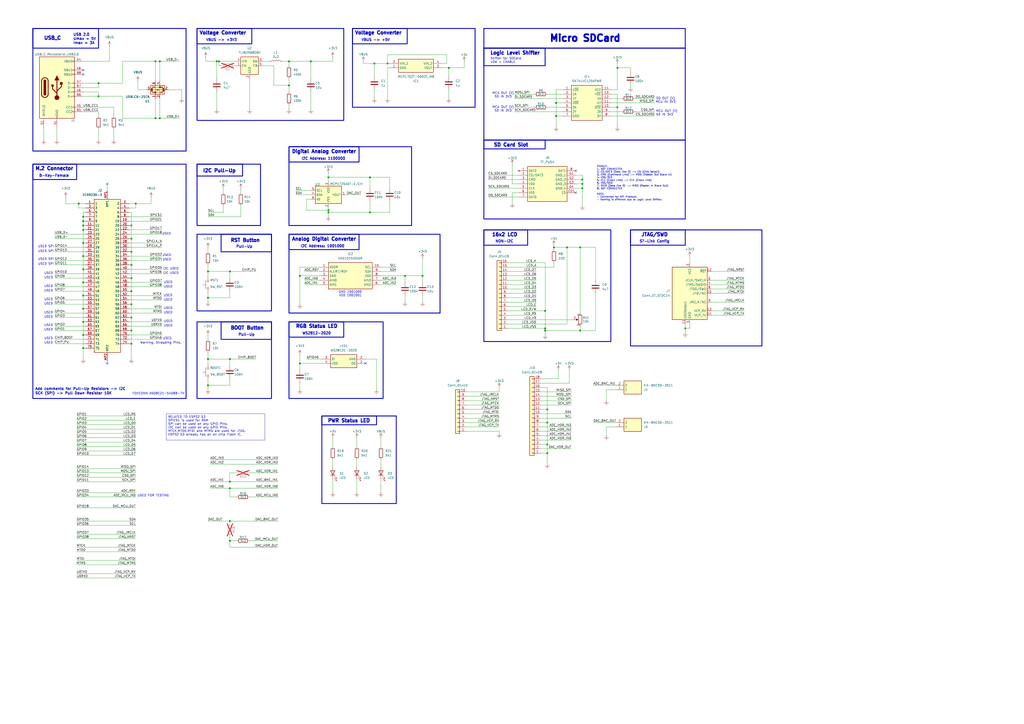
<source format=kicad_sch>
(kicad_sch (version 20231120) (generator "eeschema") (generator_version "8.0")
  (paper "A2")
  (junction (at 316.23 180.34))
  (junction (at 120.65 172.72))
  (junction (at 214.63 123.19))
  (junction (at 120.65 223.52))
  (junction (at 317.5 245.11))
  (junction (at 78.74 118.11))
  (junction (at 92.71 68.58))
  (junction (at 321.31 143.51))
  (junction (at 234.95 160.02))
  (junction (at 48.26 156.21))
  (junction (at 76.2 153.67))
  (junction (at 76.2 161.29))
  (junction (at 358.14 62.23))
  (junction (at 358.14 39.37))
  (junction (at 76.2 191.77))
  (junction (at 173.99 210.82))
  (junction (at 76.2 146.05))
  (junction (at 133.35 302.26))
  (junction (at 224.79 36.83))
  (junction (at 337.82 106.68))
  (junction (at 214.63 102.87))
  (junction (at 322.58 67.31))
  (junction (at 76.2 168.91))
  (junction (at 127 35.56))
  (junction (at 48.26 125.73))
  (junction (at 317.5 237.49))
  (junction (at 133.35 157.48))
  (junction (at 167.64 49.53))
  (junction (at 120.65 208.28))
  (junction (at 45.72 118.11))
  (junction (at 322.58 59.69))
  (junction (at 48.26 201.93))
  (junction (at 337.82 109.22))
  (junction (at 316.23 190.5))
  (junction (at 125.73 35.56))
  (junction (at 48.26 186.69))
  (junction (at 133.35 313.69))
  (junction (at 48.26 179.07))
  (junction (at 167.64 35.56))
  (junction (at 133.35 279.4))
  (junction (at 190.5 121.92))
  (junction (at 76.2 184.15))
  (junction (at 190.5 123.19))
  (junction (at 48.26 171.45))
  (junction (at 397.51 190.5))
  (junction (at 92.71 35.56))
  (junction (at 76.2 138.43))
  (junction (at 217.17 36.83))
  (junction (at 245.11 160.02))
  (junction (at 76.2 199.39))
  (junction (at 133.35 283.21))
  (junction (at 336.55 143.51))
  (junction (at 48.26 194.31))
  (junction (at 76.2 176.53))
  (junction (at 48.26 140.97))
  (junction (at 336.55 191.77))
  (junction (at 317.5 262.89))
  (junction (at 76.2 130.81))
  (junction (at 90.17 35.56))
  (junction (at 133.35 208.28))
  (junction (at 316.23 191.77))
  (junction (at 120.65 157.48))
  (junction (at 173.99 160.02))
  (junction (at 90.17 68.58))
  (junction (at 317.5 257.81))
  (junction (at 328.93 143.51))
  (junction (at 57.15 48.26))
  (junction (at 57.15 55.88))
  (junction (at 48.26 128.27))
  (junction (at 190.5 102.87))
  (junction (at 337.82 104.14))
  (junction (at 180.34 35.56))
  (junction (at 260.35 39.37))
  (junction (at 48.26 130.81))
  (junction (at 48.26 163.83))
  (junction (at 48.26 148.59))
  (junction (at 48.26 133.35))
  (no_connect (at 48.26 43.18))
  (no_connect (at 300.99 99.06))
  (no_connect (at 62.23 106.68))
  (no_connect (at 334.01 99.06))
  (no_connect (at 334.01 111.76))
  (no_connect (at 48.26 40.64))
  (no_connect (at 62.23 210.82))
  (no_connect (at 212.09 210.82))
  (wire (pts (xy 294.64 152.4) (xy 316.23 152.4)))
  (wire (pts (xy 129.54 119.38) (xy 129.54 123.19)))
  (wire (pts (xy 317.5 257.81) (xy 317.5 262.89)))
  (wire (pts (xy 313.69 247.65) (xy 331.47 247.65)))
  (wire (pts (xy 71.12 35.56) (xy 90.17 35.56)))
  (wire (pts (xy 328.93 143.51) (xy 336.55 143.51)))
  (wire (pts (xy 74.93 130.81) (xy 76.2 130.81)))
  (wire (pts (xy 294.64 160.02) (xy 311.15 160.02)))
  (wire (pts (xy 38.1 114.3) (xy 38.1 118.11)))
  (wire (pts (xy 193.04 278.13) (xy 193.04 285.75)))
  (wire (pts (xy 294.64 162.56) (xy 311.15 162.56)))
  (wire (pts (xy 283.21 109.22) (xy 300.99 109.22)))
  (wire (pts (xy 78.74 120.65) (xy 74.93 120.65)))
  (wire (pts (xy 44.45 325.12) (xy 78.74 325.12)))
  (wire (pts (xy 226.06 123.19) (xy 214.63 123.19)))
  (wire (pts (xy 74.93 123.19) (xy 76.2 123.19)))
  (wire (pts (xy 48.26 48.26) (xy 57.15 48.26)))
  (wire (pts (xy 44.45 276.86) (xy 78.74 276.86)))
  (wire (pts (xy 224.79 36.83) (xy 217.17 36.83)))
  (wire (pts (xy 127 35.56) (xy 125.73 35.56)))
  (wire (pts (xy 300.99 106.68) (xy 297.18 106.68)))
  (wire (pts (xy 48.26 64.77) (xy 57.15 64.77)))
  (wire (pts (xy 173.99 210.82) (xy 173.99 214.63)))
  (wire (pts (xy 226.06 109.22) (xy 226.06 102.87)))
  (wire (pts (xy 62.23 210.82) (xy 62.23 209.55)))
  (wire (pts (xy 412.75 180.34) (xy 431.8 180.34)))
  (wire (pts (xy 210.82 36.83) (xy 217.17 36.83)))
  (wire (pts (xy 229.87 162.56) (xy 220.98 162.56)))
  (wire (pts (xy 120.65 302.26) (xy 133.35 302.26)))
  (wire (pts (xy 76.2 168.91) (xy 76.2 161.29)))
  (wire (pts (xy 44.45 279.4) (xy 78.74 279.4)))
  (wire (pts (xy 121.92 266.7) (xy 161.29 266.7)))
  (wire (pts (xy 313.69 219.71) (xy 323.85 219.71)))
  (wire (pts (xy 234.95 160.02) (xy 234.95 163.83)))
  (wire (pts (xy 200.66 113.03) (xy 209.55 113.03)))
  (wire (pts (xy 185.42 154.94) (xy 173.99 154.94)))
  (wire (pts (xy 334.01 106.68) (xy 337.82 106.68)))
  (wire (pts (xy 125.73 53.34) (xy 125.73 63.5)))
  (wire (pts (xy 322.58 67.31) (xy 322.58 73.66)))
  (wire (pts (xy 48.26 194.31) (xy 49.53 194.31)))
  (wire (pts (xy 358.14 54.61) (xy 358.14 62.23)))
  (wire (pts (xy 217.17 52.07) (xy 217.17 57.15)))
  (wire (pts (xy 214.63 116.84) (xy 214.63 123.19)))
  (wire (pts (xy 49.53 123.19) (xy 48.26 123.19)))
  (wire (pts (xy 90.17 68.58) (xy 92.71 68.58)))
  (wire (pts (xy 173.99 160.02) (xy 185.42 160.02)))
  (wire (pts (xy 356.87 245.11) (xy 344.17 245.11)))
  (wire (pts (xy 144.78 274.32) (xy 161.29 274.32)))
  (wire (pts (xy 379.73 59.69) (xy 354.33 59.69)))
  (wire (pts (xy 173.99 154.94) (xy 173.99 160.02)))
  (wire (pts (xy 76.2 138.43) (xy 76.2 130.81)))
  (wire (pts (xy 133.35 157.48) (xy 133.35 161.29)))
  (wire (pts (xy 74.93 181.61) (xy 93.98 181.61)))
  (wire (pts (xy 25.4 73.66) (xy 25.4 81.28)))
  (wire (pts (xy 48.26 179.07) (xy 49.53 179.07)))
  (wire (pts (xy 31.75 184.15) (xy 49.53 184.15)))
  (wire (pts (xy 316.23 180.34) (xy 316.23 190.5)))
  (wire (pts (xy 207.01 254) (xy 207.01 259.08)))
  (wire (pts (xy 336.55 143.51) (xy 345.44 143.51)))
  (wire (pts (xy 48.26 163.83) (xy 48.26 171.45)))
  (wire (pts (xy 57.15 55.88) (xy 57.15 53.34)))
  (wire (pts (xy 217.17 36.83) (xy 217.17 44.45)))
  (wire (pts (xy 173.99 205.74) (xy 173.99 210.82)))
  (wire (pts (xy 283.21 104.14) (xy 300.99 104.14)))
  (wire (pts (xy 48.26 156.21) (xy 49.53 156.21)))
  (wire (pts (xy 78.74 259.08) (xy 44.45 259.08)))
  (wire (pts (xy 74.93 196.85) (xy 93.98 196.85)))
  (wire (pts (xy 313.69 250.19) (xy 331.47 250.19)))
  (wire (pts (xy 48.26 179.07) (xy 48.26 186.69)))
  (wire (pts (xy 120.65 208.28) (xy 120.65 210.82)))
  (wire (pts (xy 90.17 57.15) (xy 90.17 68.58)))
  (wire (pts (xy 74.93 184.15) (xy 76.2 184.15)))
  (wire (pts (xy 313.69 240.03) (xy 331.47 240.03)))
  (wire (pts (xy 74.93 140.97) (xy 93.98 140.97)))
  (wire (pts (xy 317.5 262.89) (xy 317.5 269.24)))
  (wire (pts (xy 334.01 104.14) (xy 337.82 104.14)))
  (wire (pts (xy 31.75 196.85) (xy 49.53 196.85)))
  (wire (pts (xy 133.35 172.72) (xy 120.65 172.72)))
  (wire (pts (xy 322.58 67.31) (xy 326.39 67.31)))
  (wire (pts (xy 313.69 222.25) (xy 330.2 222.25)))
  (wire (pts (xy 317.5 224.79) (xy 317.5 237.49)))
  (wire (pts (xy 351.79 226.06) (xy 351.79 232.41)))
  (wire (pts (xy 125.73 35.56) (xy 125.73 45.72)))
  (wire (pts (xy 322.58 52.07) (xy 322.58 59.69)))
  (wire (pts (xy 57.15 48.26) (xy 57.15 50.8)))
  (wire (pts (xy 397.51 187.96) (xy 397.51 190.5)))
  (wire (pts (xy 48.26 123.19) (xy 48.26 125.73)))
  (wire (pts (xy 226.06 36.83) (xy 224.79 36.83)))
  (wire (pts (xy 31.75 135.89) (xy 49.53 135.89)))
  (wire (pts (xy 45.72 120.65) (xy 49.53 120.65)))
  (wire (pts (xy 313.69 242.57) (xy 331.47 242.57)))
  (wire (pts (xy 133.35 208.28) (xy 148.59 208.28)))
  (wire (pts (xy 144.78 45.72) (xy 144.78 63.5)))
  (wire (pts (xy 270.51 234.95) (xy 289.56 234.95)))
  (wire (pts (xy 71.12 55.88) (xy 71.12 68.58)))
  (wire (pts (xy 167.64 60.96) (xy 167.64 63.5)))
  (wire (pts (xy 74.93 189.23) (xy 93.98 189.23)))
  (wire (pts (xy 326.39 52.07) (xy 322.58 52.07)))
  (wire (pts (xy 270.51 229.87) (xy 289.56 229.87)))
  (wire (pts (xy 214.63 102.87) (xy 214.63 109.22)))
  (wire (pts (xy 133.35 283.21) (xy 161.29 283.21)))
  (wire (pts (xy 224.79 31.75) (xy 224.79 36.83)))
  (wire (pts (xy 167.64 45.72) (xy 167.64 49.53)))
  (wire (pts (xy 313.69 252.73) (xy 331.47 252.73)))
  (wire (pts (xy 133.35 303.53) (xy 133.35 302.26)))
  (wire (pts (xy 313.69 227.33) (xy 331.47 227.33)))
  (wire (pts (xy 133.35 219.71) (xy 133.35 223.52)))
  (wire (pts (xy 48.26 128.27) (xy 48.26 130.81)))
  (wire (pts (xy 337.82 101.6) (xy 337.82 104.14)))
  (wire (pts (xy 133.35 208.28) (xy 133.35 212.09)))
  (wire (pts (xy 76.2 146.05) (xy 76.2 138.43)))
  (wire (pts (xy 351.79 247.65) (xy 351.79 252.73)))
  (wire (pts (xy 48.26 171.45) (xy 49.53 171.45)))
  (wire (pts (xy 63.5 35.56) (xy 63.5 26.67)))
  (wire (pts (xy 313.69 255.27) (xy 331.47 255.27)))
  (wire (pts (xy 48.26 125.73) (xy 48.26 128.27)))
  (wire (pts (xy 360.68 57.15) (xy 354.33 57.15)))
  (wire (pts (xy 74.93 125.73) (xy 93.98 125.73)))
  (wire (pts (xy 177.8 208.28) (xy 186.69 208.28)))
  (wire (pts (xy 270.51 237.49) (xy 289.56 237.49)))
  (wire (pts (xy 76.2 191.77) (xy 76.2 199.39)))
  (wire (pts (xy 336.55 143.51) (xy 336.55 181.61)))
  (wire (pts (xy 31.75 138.43) (xy 49.53 138.43)))
  (wire (pts (xy 57.15 48.26) (xy 71.12 48.26)))
  (wire (pts (xy 220.98 278.13) (xy 220.98 285.75)))
  (wire (pts (xy 44.45 304.8) (xy 78.74 304.8)))
  (wire (pts (xy 120.65 204.47) (xy 120.65 208.28)))
  (wire (pts (xy 321.31 143.51) (xy 328.93 143.51)))
  (wire (pts (xy 322.58 59.69) (xy 322.58 67.31)))
  (wire (pts (xy 270.51 227.33) (xy 289.56 227.33)))
  (wire (pts (xy 31.75 173.99) (xy 49.53 173.99)))
  (wire (pts (xy 245.11 171.45) (xy 245.11 175.26)))
  (wire (pts (xy 48.26 171.45) (xy 48.26 179.07)))
  (wire (pts (xy 139.7 125.73) (xy 139.7 119.38)))
  (wire (pts (xy 92.71 57.15) (xy 92.71 68.58)))
  (wire (pts (xy 74.93 166.37) (xy 93.98 166.37)))
  (wire (pts (xy 365.76 41.91) (xy 365.76 39.37)))
  (wire (pts (xy 133.35 157.48) (xy 120.65 157.48)))
  (wire (pts (xy 74.93 133.35) (xy 93.98 133.35)))
  (wire (pts (xy 48.26 130.81) (xy 48.26 133.35)))
  (wire (pts (xy 127 35.56) (xy 137.16 35.56)))
  (wire (pts (xy 379.73 57.15) (xy 368.3 57.15)))
  (wire (pts (xy 379.73 64.77) (xy 368.3 64.77)))
  (wire (pts (xy 283.21 101.6) (xy 300.99 101.6)))
  (wire (pts (xy 33.02 73.66) (xy 33.02 81.28)))
  (wire (pts (xy 78.74 248.92) (xy 44.45 248.92)))
  (wire (pts (xy 177.8 115.57) (xy 177.8 121.92)))
  (wire (pts (xy 74.93 191.77) (xy 76.2 191.77)))
  (wire (pts (xy 66.04 74.93) (xy 66.04 81.28)))
  (wire (pts (xy 270.51 240.03) (xy 289.56 240.03)))
  (wire (pts (xy 337.82 109.22) (xy 334.01 109.22)))
  (wire (pts (xy 48.26 140.97) (xy 49.53 140.97)))
  (wire (pts (xy 78.74 120.65) (xy 78.74 118.11)))
  (wire (pts (xy 313.69 224.79) (xy 317.5 224.79)))
  (wire (pts (xy 220.98 266.7) (xy 220.98 270.51)))
  (wire (pts (xy 48.26 130.81) (xy 49.53 130.81)))
  (wire (pts (xy 74.93 163.83) (xy 93.98 163.83)))
  (wire (pts (xy 313.69 229.87) (xy 331.47 229.87)))
  (wire (pts (xy 256.54 36.83) (xy 259.08 36.83)))
  (wire (pts (xy 259.08 36.83) (xy 259.08 31.75)))
  (wire (pts (xy 177.8 121.92) (xy 190.5 121.92)))
  (wire (pts (xy 379.73 67.31) (xy 354.33 67.31)))
  (wire (pts (xy 321.31 142.24) (xy 321.31 143.51)))
  (wire (pts (xy 48.26 125.73) (xy 49.53 125.73)))
  (wire (pts (xy 158.75 38.1) (xy 158.75 49.53)))
  (wire (pts (xy 76.2 153.67) (xy 76.2 146.05)))
  (wire (pts (xy 294.64 180.34) (xy 316.23 180.34)))
  (wire (pts (xy 48.26 55.88) (xy 57.15 55.88)))
  (wire (pts (xy 48.26 163.83) (xy 49.53 163.83)))
  (wire (pts (xy 57.15 55.88) (xy 71.12 55.88)))
  (wire (pts (xy 163.83 35.56) (xy 167.64 35.56)))
  (wire (pts (xy 152.4 38.1) (xy 158.75 38.1)))
  (wire (pts (xy 297.18 95.25) (xy 297.18 106.68)))
  (wire (pts (xy 212.09 208.28) (xy 218.44 208.28)))
  (wire (pts (xy 313.69 262.89) (xy 317.5 262.89)))
  (wire (pts (xy 44.45 309.88) (xy 78.74 309.88)))
  (wire (pts (xy 358.14 39.37) (xy 365.76 39.37)))
  (wire (pts (xy 48.26 186.69) (xy 49.53 186.69)))
  (wire (pts (xy 48.26 133.35) (xy 48.26 140.97)))
  (wire (pts (xy 294.64 175.26) (xy 311.15 175.26)))
  (wire (pts (xy 180.34 63.5) (xy 180.34 53.34)))
  (wire (pts (xy 226.06 116.84) (xy 226.06 123.19)))
  (wire (pts (xy 330.2 222.25) (xy 330.2 214.63)))
  (wire (pts (xy 260.35 39.37) (xy 260.35 44.45)))
  (wire (pts (xy 74.93 173.99) (xy 93.98 173.99)))
  (wire (pts (xy 313.69 234.95) (xy 331.47 234.95)))
  (wire (pts (xy 133.35 317.5) (xy 133.35 313.69)))
  (wire (pts (xy 193.04 254) (xy 193.04 259.08)))
  (wire (pts (xy 412.75 175.26) (xy 431.8 175.26)))
  (wire (pts (xy 190.5 123.19) (xy 190.5 125.73)))
  (wire (pts (xy 74.93 153.67) (xy 76.2 153.67)))
  (wire (pts (xy 313.69 237.49) (xy 317.5 237.49)))
  (wire (pts (xy 354.33 54.61) (xy 358.14 54.61)))
  (wire (pts (xy 135.89 38.1) (xy 137.16 38.1)))
  (wire (pts (xy 229.87 165.1) (xy 220.98 165.1)))
  (wire (pts (xy 294.64 182.88) (xy 311.15 182.88)))
  (wire (pts (xy 74.93 168.91) (xy 76.2 168.91)))
  (wire (pts (xy 316.23 191.77) (xy 316.23 190.5)))
  (wire (pts (xy 120.65 220.98) (xy 120.65 223.52)))
  (wire (pts (xy 74.93 151.13) (xy 93.98 151.13)))
  (wire (pts (xy 74.93 156.21) (xy 93.98 156.21)))
  (wire (pts (xy 74.93 143.51) (xy 93.98 143.51)))
  (wire (pts (xy 74.93 128.27) (xy 93.98 128.27)))
  (wire (pts (xy 358.14 39.37) (xy 358.14 52.07)))
  (wire (pts (xy 120.65 123.19) (xy 129.54 123.19)))
  (wire (pts (xy 245.11 163.83) (xy 245.11 160.02)))
  (wire (pts (xy 259.08 31.75) (xy 224.79 31.75)))
  (wire (pts (xy 412.75 170.18) (xy 431.8 170.18)))
  (wire (pts (xy 31.75 158.75) (xy 49.53 158.75)))
  (wire (pts (xy 120.65 143.51) (xy 120.65 146.05)))
  (wire (pts (xy 44.45 288.29) (xy 78.74 288.29)))
  (wire (pts (xy 412.75 167.64) (xy 431.8 167.64)))
  (wire (pts (xy 167.64 35.56) (xy 180.34 35.56)))
  (wire (pts (xy 365.76 49.53) (xy 365.76 50.8)))
  (wire (pts (xy 31.75 191.77) (xy 49.53 191.77)))
  (wire (pts (xy 337.82 106.68) (xy 337.82 109.22)))
  (wire (pts (xy 190.5 105.41) (xy 190.5 102.87)))
  (wire (pts (xy 44.45 317.5) (xy 78.74 317.5)))
  (wire (pts (xy 48.26 140.97) (xy 48.26 148.59)))
  (wire (pts (xy 57.15 50.8) (xy 48.26 50.8)))
  (wire (pts (xy 234.95 171.45) (xy 234.95 175.26)))
  (wire (pts (xy 313.69 245.11) (xy 317.5 245.11)))
  (wire (pts (xy 270.51 232.41) (xy 289.56 232.41)))
  (wire (pts (xy 129.54 109.22) (xy 129.54 111.76)))
  (wire (pts (xy 44.45 285.75) (xy 78.74 285.75)))
  (wire (pts (xy 105.41 52.07) (xy 105.41 57.15)))
  (wire (pts (xy 31.75 143.51) (xy 49.53 143.51)))
  (wire (pts (xy 44.45 274.32) (xy 78.74 274.32)))
  (wire (pts (xy 74.93 148.59) (xy 93.98 148.59)))
  (wire (pts (xy 210.82 35.56) (xy 210.82 36.83)))
  (wire (pts (xy 80.01 52.07) (xy 85.09 52.07)))
  (wire (pts (xy 171.45 113.03) (xy 180.34 113.03)))
  (wire (pts (xy 74.93 158.75) (xy 93.98 158.75)))
  (wire (pts (xy 44.45 271.78) (xy 78.74 271.78)))
  (wire (pts (xy 270.51 247.65) (xy 289.56 247.65)))
  (wire (pts (xy 90.17 35.56) (xy 90.17 46.99)))
  (wire (pts (xy 31.75 151.13) (xy 49.53 151.13)))
  (wire (pts (xy 313.69 257.81) (xy 317.5 257.81)))
  (wire (pts (xy 260.35 39.37) (xy 269.24 39.37)))
  (wire (pts (xy 31.75 181.61) (xy 49.53 181.61)))
  (wire (pts (xy 313.69 232.41) (xy 331.47 232.41)))
  (wire (pts (xy 294.64 177.8) (xy 311.15 177.8)))
  (wire (pts (xy 44.45 327.66) (xy 78.74 327.66)))
  (wire (pts (xy 214.63 102.87) (xy 226.06 102.87)))
  (wire (pts (xy 334.01 101.6) (xy 337.82 101.6)))
  (wire (pts (xy 119.38 33.02) (xy 119.38 35.56)))
  (wire (pts (xy 78.74 254) (xy 44.45 254)))
  (wire (pts (xy 294.64 187.96) (xy 328.93 187.96)))
  (wire (pts (xy 270.51 245.11) (xy 289.56 245.11)))
  (wire (pts (xy 78.74 118.11) (xy 87.63 118.11)))
  (wire (pts (xy 44.45 320.04) (xy 78.74 320.04)))
  (wire (pts (xy 76.2 184.15) (xy 76.2 176.53)))
  (wire (pts (xy 298.45 62.23) (xy 309.88 62.23)))
  (wire (pts (xy 328.93 143.51) (xy 328.93 187.96)))
  (wire (pts (xy 245.11 149.86) (xy 245.11 160.02)))
  (wire (pts (xy 62.23 106.68) (xy 62.23 110.49)))
  (wire (pts (xy 48.26 35.56) (xy 63.5 35.56)))
  (wire (pts (xy 218.44 208.28) (xy 218.44 226.06)))
  (wire (pts (xy 317.5 62.23) (xy 326.39 62.23)))
  (wire (pts (xy 270.51 250.19) (xy 289.56 250.19)))
  (wire (pts (xy 48.26 148.59) (xy 49.53 148.59)))
  (wire (pts (xy 78.74 264.16) (xy 44.45 264.16)))
  (wire (pts (xy 120.65 223.52) (xy 120.65 226.06)))
  (wire (pts (xy 229.87 157.48) (xy 220.98 157.48)))
  (wire (pts (xy 294.64 172.72) (xy 311.15 172.72)))
  (wire (pts (xy 207.01 266.7) (xy 207.01 270.51)))
  (wire (pts (xy 57.15 53.34) (xy 48.26 53.34)))
  (wire (pts (xy 297.18 111.76) (xy 297.18 118.11)))
  (wire (pts (xy 283.21 114.3) (xy 300.99 114.3)))
  (wire (pts (xy 180.34 35.56) (xy 180.34 45.72)))
  (wire (pts (xy 176.53 165.1) (xy 185.42 165.1)))
  (wire (pts (xy 57.15 64.77) (xy 57.15 67.31)))
  (wire (pts (xy 356.87 226.06) (xy 351.79 226.06)))
  (wire (pts (xy 74.93 138.43) (xy 76.2 138.43)))
  (wire (pts (xy 180.34 35.56) (xy 193.04 35.56)))
  (wire (pts (xy 44.45 294.64) (xy 78.74 294.64)))
  (wire (pts (xy 133.35 313.69) (xy 133.35 311.15)))
  (wire (pts (xy 120.65 172.72) (xy 120.65 175.26)))
  (wire (pts (xy 214.63 123.19) (xy 190.5 123.19)))
  (wire (pts (xy 44.45 312.42) (xy 78.74 312.42)))
  (wire (pts (xy 294.64 157.48) (xy 311.15 157.48)))
  (wire (pts (xy 316.23 152.4) (xy 316.23 180.34)))
  (wire (pts (xy 74.93 161.29) (xy 76.2 161.29)))
  (wire (pts (xy 137.16 288.29) (xy 133.35 288.29)))
  (wire (pts (xy 38.1 118.11) (xy 45.72 118.11)))
  (wire (pts (xy 31.75 199.39) (xy 49.53 199.39)))
  (wire (pts (xy 31.75 146.05) (xy 49.53 146.05)))
  (wire (pts (xy 220.98 160.02) (xy 234.95 160.02)))
  (wire (pts (xy 171.45 110.49) (xy 180.34 110.49)))
  (wire (pts (xy 173.99 222.25) (xy 173.99 226.06)))
  (wire (pts (xy 45.72 120.65) (xy 45.72 118.11)))
  (wire (pts (xy 224.79 39.37) (xy 226.06 39.37)))
  (wire (pts (xy 289.56 227.33) (xy 289.56 224.79)))
  (wire (pts (xy 176.53 157.48) (xy 185.42 157.48)))
  (wire (pts (xy 345.44 143.51) (xy 345.44 162.56)))
  (wire (pts (xy 74.93 146.05) (xy 76.2 146.05)))
  (wire (pts (xy 120.65 153.67) (xy 120.65 157.48)))
  (wire (pts (xy 152.4 35.56) (xy 156.21 35.56)))
  (wire (pts (xy 120.65 125.73) (xy 139.7 125.73)))
  (wire (pts (xy 76.2 123.19) (xy 76.2 130.81)))
  (wire (pts (xy 92.71 35.56) (xy 104.14 35.56)))
  (wire (pts (xy 48.26 133.35) (xy 49.53 133.35)))
  (wire (pts (xy 48.26 128.27) (xy 49.53 128.27)))
  (wire (pts (xy 76.2 161.29) (xy 76.2 153.67)))
  (wire (pts (xy 137.16 274.32) (xy 133.35 274.32)))
  (wire (pts (xy 119.38 35.56) (xy 125.73 35.56)))
  (wire (pts (xy 322.58 59.69) (xy 326.39 59.69)))
  (wire (pts (xy 31.75 166.37) (xy 49.53 166.37)))
  (wire (pts (xy 48.26 156.21) (xy 48.26 163.83)))
  (wire (pts (xy 229.87 154.94) (xy 220.98 154.94)))
  (wire (pts (xy 321.31 143.51) (xy 321.31 144.78)))
  (wire (pts (xy 167.64 35.56) (xy 167.64 38.1)))
  (wire (pts (xy 337.82 104.14) (xy 337.82 106.68)))
  (wire (pts (xy 76.2 176.53) (xy 76.2 168.91)))
  (wire (pts (xy 133.35 302.26) (xy 161.29 302.26)))
  (wire (pts (xy 57.15 74.93) (xy 57.15 81.28)))
  (wire (pts (xy 300.99 111.76) (xy 297.18 111.76)))
  (wire (pts (xy 92.71 35.56) (xy 92.71 46.99)))
  (wire (pts (xy 121.92 269.24) (xy 161.29 269.24)))
  (wire (pts (xy 289.56 250.19) (xy 289.56 251.46)))
  (wire (pts (xy 76.2 191.77) (xy 76.2 184.15)))
  (wire (pts (xy 316.23 191.77) (xy 336.55 191.77)))
  (wire (pts (xy 176.53 162.56) (xy 185.42 162.56)))
  (wire (pts (xy 313.69 260.35) (xy 331.47 260.35)))
  (wire (pts (xy 120.65 170.18) (xy 120.65 172.72)))
  (wire (pts (xy 76.2 199.39) (xy 76.2 208.28)))
  (wire (pts (xy 74.93 199.39) (xy 76.2 199.39)))
  (wire (pts (xy 133.35 288.29) (xy 133.35 283.21)))
  (wire (pts (xy 345.44 191.77) (xy 345.44 170.18)))
  (wire (pts (xy 31.75 153.67) (xy 49.53 153.67)))
  (wire (pts (xy 133.35 274.32) (xy 133.35 279.4)))
  (wire (pts (xy 400.05 148.59) (xy 400.05 152.4)))
  (wire (pts (xy 31.75 176.53) (xy 49.53 176.53)))
  (wire (pts (xy 193.04 266.7) (xy 193.04 270.51)))
  (wire (pts (xy 87.63 114.3) (xy 87.63 118.11)))
  (wire (pts (xy 31.75 168.91) (xy 49.53 168.91)))
  (wire (pts (xy 412.75 157.48) (xy 431.8 157.48)))
  (wire (pts (xy 133.35 157.48) (xy 148.59 157.48)))
  (wire (pts (xy 316.23 194.31) (xy 316.23 191.77)))
  (wire (pts (xy 48.26 201.93) (xy 49.53 201.93)))
  (wire (pts (xy 220.98 254) (xy 220.98 259.08)))
  (wire (pts (xy 344.17 223.52) (xy 356.87 223.52)))
  (wire (pts (xy 207.01 278.13) (xy 207.01 285.75)))
  (wire (pts (xy 294.64 170.18) (xy 311.15 170.18)))
  (wire (pts (xy 412.75 165.1) (xy 431.8 165.1)))
  (wire (pts (xy 121.92 279.4) (xy 133.35 279.4)))
  (wire (pts (xy 356.87 247.65) (xy 351.79 247.65)))
  (wire (pts (xy 270.51 242.57) (xy 289.56 242.57)))
  (wire (pts (xy 190.5 102.87) (xy 214.63 102.87)))
  (wire (pts (xy 298.45 57.15) (xy 326.39 57.15)))
  (wire (pts (xy 120.65 157.48) (xy 120.65 160.02)))
  (wire (pts (xy 90.17 35.56) (xy 92.71 35.56)))
  (wire (pts (xy 397.51 190.5) (xy 397.51 193.04)))
  (wire (pts (xy 323.85 219.71) (xy 323.85 214.63)))
  (wire (pts (xy 78.74 246.38) (xy 44.45 246.38)))
  (wire (pts (xy 74.93 194.31) (xy 93.98 194.31)))
  (wire (pts (xy 144.78 313.69) (xy 161.29 313.69)))
  (wire (pts (xy 78.74 241.3) (xy 44.45 241.3)))
  (wire (pts (xy 412.75 162.56) (xy 431.8 162.56)))
  (wire (pts (xy 167.64 49.53) (xy 167.64 53.34)))
  (wire (pts (xy 180.34 115.57) (xy 177.8 115.57)))
  (wire (pts (xy 133.35 317.5) (xy 161.29 317.5)))
  (wire (pts (xy 133.35 168.91) (xy 133.35 172.72)))
  (wire (pts (xy 400.05 190.5) (xy 397.51 190.5)))
  (wire (pts (xy 80.01 52.07) (xy 80.01 46.99)))
  (wire (pts (xy 133.35 208.28) (xy 120.65 208.28)))
  (wire (pts (xy 74.93 186.69) (xy 93.98 186.69)))
  (wire (pts (xy 354.33 52.07) (xy 358.14 52.07)))
  (wire (pts (xy 336.55 189.23) (xy 336.55 191.77)))
  (wire (pts (xy 294.64 167.64) (xy 311.15 167.64)))
  (wire (pts (xy 337.82 119.38) (xy 337.82 109.22)))
  (wire (pts (xy 173.99 210.82) (xy 186.69 210.82)))
  (wire (pts (xy 97.79 52.07) (xy 105.41 52.07)))
  (wire (pts (xy 74.93 179.07) (xy 93.98 179.07)))
  (wire (pts (xy 48.26 194.31) (xy 48.26 201.93)))
  (wire (pts (xy 121.92 283.21) (xy 133.35 283.21)))
  (wire (pts (xy 400.05 187.96) (xy 400.05 190.5)))
  (wire (pts (xy 294.64 154.94) (xy 321.31 154.94)))
  (wire (pts (xy 71.12 68.58) (xy 90.17 68.58)))
  (wire (pts (xy 294.64 190.5) (xy 316.23 190.5)))
  (wire (pts (xy 44.45 302.26) (xy 78.74 302.26)))
  (wire (pts (xy 234.95 160.02) (xy 245.11 160.02)))
  (wire (pts (xy 44.45 335.28) (xy 78.74 335.28)))
  (wire (pts (xy 48.26 62.23) (xy 66.04 62.23)))
  (wire (pts (xy 74.93 176.53) (xy 76.2 176.53)))
  (wire (pts (xy 133.35 313.69) (xy 137.16 313.69)))
  (wire (pts (xy 133.35 279.4) (xy 161.29 279.4)))
  (wire (pts (xy 317.5 245.11) (xy 317.5 257.81)))
  (wire (pts (xy 78.74 243.84) (xy 44.45 243.84)))
  (wire (pts (xy 127 38.1) (xy 127 35.56)))
  (wire (pts (xy 269.24 35.56) (xy 269.24 39.37)))
  (wire (pts (xy 128.27 38.1) (xy 127 38.1)))
  (wire (pts (xy 298.45 64.77) (xy 326.39 64.77)))
  (wire (pts (xy 358.14 36.83) (xy 358.14 39.37)))
  (wire (pts (xy 173.99 160.02) (xy 173.99 176.53)))
  (wire (pts (xy 190.5 120.65) (xy 190.5 121.92)))
  (wire (pts (xy 298.45 54.61) (xy 309.88 54.61)))
  (wire (pts (xy 92.71 68.58) (xy 104.14 68.58)))
  (wire (pts (xy 161.29 288.29) (xy 144.78 288.29)))
  (wire (pts (xy 317.5 54.61) (xy 326.39 54.61)))
  (wire (pts (xy 31.75 161.29) (xy 49.53 161.29)))
  (wire (pts (xy 321.31 152.4) (xy 321.31 154.94)))
  (wire (pts (xy 44.45 332.74) (xy 78.74 332.74)))
  (wire (pts (xy 48.26 201.93) (xy 48.26 208.28)))
  (wire (pts (xy 78.74 251.46) (xy 44.45 251.46)))
  (wire (pts (xy 190.5 121.92) (xy 190.5 123.19)))
  (wire (pts (xy 74.93 171.45) (xy 93.98 171.45)))
  (wire (pts (xy 294.64 165.1) (xy 311.15 165.1)))
  (wire (pts (xy 78.74 261.62) (xy 44.45 261.62)))
  (wire (pts (xy 412.75 182.88) (xy 431.8 182.88)))
  (wire (pts (xy 78.74 256.54) (xy 44.45 256.54)))
  (wire (pts (xy 224.79 57.15) (xy 224.79 39.37)))
  (wire (pts (xy 78.74 118.11) (xy 74.93 118.11)))
  (wire (pts (xy 190.5 100.33) (xy 190.5 102.87)))
  (wire (pts (xy 133.35 223.52) (xy 120.65 223.52)))
  (wire (pts (xy 158.75 49.53) (xy 167.64 49.53)))
  (wire (pts (xy 31.75 189.23) (xy 49.53 189.23)))
  (wire (pts (xy 360.68 64.77) (xy 354.33 64.77)))
  (wire (pts (xy 358.14 62.23) (xy 354.33 62.23)))
  (wire (pts (xy 45.72 118.11) (xy 49.53 118.11)))
  (wire (pts (xy 71.12 35.56) (xy 71.12 48.26)))
  (wire (pts (xy 74.93 135.89) (xy 93.98 135.89)))
  (wire (pts (xy 66.04 62.23) (xy 66.04 67.31)))
  (wire (pts (xy 294.64 185.42) (xy 332.74 185.42)))
  (wire (pts (xy 120.65 194.31) (xy 120.65 196.85)))
  (wire (pts (xy 256.54 39.37) (xy 260.35 39.37)))
  (wire (pts (xy 48.26 148.59) (xy 48.26 156.21)))
  (wire (pts (xy 260.35 57.15) (xy 260.35 52.07)))
  (wire (pts (xy 193.04 33.02) (xy 193.04 35.56)))
  (wire (pts (xy 317.5 237.49) (xy 317.5 245.11)))
  (wire (pts (xy 139.7 109.22) (xy 139.7 111.76)))
  (wire (pts (xy 336.55 191.77) (xy 345.44 191.77)))
  (wire (pts (xy 48.26 186.69) (xy 48.26 194.31)))
  (wire (pts (xy 358.14 62.23) (xy 358.14 73.66)))
  (rectangle (start 365.76 133.35) (end 397.51 142.24) (stroke (width 0.5)))
  (rectangle (start 280.67 27.94) (end 397.51 81.28) (stroke (width 0.5)))
  (rectangle (start 167.64 186.69) (end 199.39 195.58) (stroke (width 0.5)))
  (rectangle (start 204.47 16.51) (end 236.22 25.4) (stroke (width 0.5)))
  (rectangle (start 128.27 135.89) (end 157.48 146.05) (stroke (width 0.5)))
  (rectangle (start 114.3 95.25) (end 151.13 130.81) (stroke (width 0.5)))
  (rectangle (start 19.05 16.51) (end 107.95 87.63) (stroke (width 0.5)))
  (rectangle (start 280.67 81.28) (end 316.23 86.36) (stroke (width 0.5)))
  (rectangle (start 280.67 133.35) (end 306.07 142.24) (stroke (width 0.5)))
  (rectangle (start 167.64 85.09) (end 238.76 130.81) (stroke (width 0.5)))
  (rectangle (start 280.67 81.28) (end 397.51 127) (stroke (width 0.5)))
  (rectangle (start 280.67 27.94) (end 316.23 38.1) (stroke (width 0.5)))
  (rectangle (start 114.3 16.51) (end 199.39 69.85) (stroke (width 0.5)))
  (rectangle (start 280.67 16.51) (end 397.51 27.94) (stroke (width 0.5)))
  (rectangle (start 19.05 95.25) (end 107.95 231.14) (stroke (width 0.5)))
  (rectangle (start 19.05 95.25) (end 44.45 104.14) (stroke (width 0.5)))
  (rectangle (start 128.27 186.69) (end 157.48 196.85) (stroke (width 0.5)))
  (rectangle (start 280.67 133.35) (end 354.33 198.12) (stroke (width 0.5)))
  (rectangle (start 204.47 16.51) (end 275.59 62.23) (stroke (width 0.5)))
  (rectangle (start 114.3 95.25) (end 140.716 102.108) (stroke (width 0.5)))
  (rectangle (start 19.05 16.51) (end 57.15 27.94) (stroke (width 0.5)))
  (rectangle (start 186.69 241.3) (end 218.44 246.38) (stroke (width 0.5)))
  (rectangle (start 186.69 241.3) (end 229.87 292.1) (stroke (width 0.5)))
  (rectangle (start 365.76 133.35) (end 441.96 200.66) (stroke (width 0.5)))
  (rectangle (start 114.3 186.69) (end 157.48 231.14) (stroke (width 0.5)))
  (rectangle (start 167.64 135.89) (end 255.27 181.61) (stroke (width 0.5)))
  (rectangle (start 167.64 186.69) (end 222.25 231.14) (stroke (width 0.5)))
  (rectangle (start 114.3 135.89) (end 157.48 180.34) (stroke (width 0.5)))
  (rectangle (start 167.64 135.89) (end 208.28 144.78) (stroke (width 0.5)))
  (rectangle (start 114.3 16.51) (end 146.05 25.4) (stroke (width 0.5)))
  (rectangle (start 167.64 85.09) (end 208.28 93.98) (stroke (width 0.5)))
  (text_box "RELATED TO ESP32 S3\nSPICS1 is used for RAM\nSPI can be used on any GPIO Pins.\nI2C can be used on any GPIO Pins.\nMTCK,MTDO,MTDI and MTMS are used for JTAG.\nESP32 S3 already has an on chip Flash IC.\n\n" (at 96.52 240.03 0) (size 57.15 15.24) (effects (font (size 1.27 1.27)) (justify left top)))
  (text_box "PINOUT:\n1. NOT CONNECTED\n2. CD/DAT3 (Data line 3) -> CS (Chip Select)\n3. CMD (Command Line) -> MOSI (Master Out Slave In)\n4. VDD/3V3\n5. CLX (Clock Line) -> CLK (Clock Line)\n6. VSS/GND\n7. DAT0 (Data line 0) -> MISO (Master In Slave Out)\n8. NOT CONNECTED\n\nNOTE: \n- Connected for SPI Protocol.\n- Naming is different due to Logic Level Shifter." (at 345.44 90.17 0) (size 49.53 31.75) (stroke (width -0.0001)) (effects (font (size 1 1)) (justify left)))
  (text "USED" (at 28.194 161.036 0) (effects (font (size 1.27 1.27))))
  (text "MCU OUT (V)\nSD IN 3V3" (at 380.492 65.532 0) (effects (font (size 1.27 1.27)) (justify left)))
  (text "USED" (at 97.536 171.45 0) (effects (font (size 1.27 1.27))))
  (text "USED SPI" (at 26.67 145.796 0) (effects (font (size 1.27 1.27))))
  (text "USED" (at 96.774 150.622 0) (effects (font (size 1.27 1.27))))
  (text "I2C Address: 1001000" (at 174.244 143.764 0) (effects (font (size 1.5 1.5) (bold yes)) (justify left bottom)))
  (text "USED" (at 28.194 191.262 0) (effects (font (size 1.27 1.27))))
  (text "USED" (at 97.536 166.37 0) (effects (font (size 1.27 1.27))))
  (text "USED" (at 97.536 181.356 0) (effects (font (size 1.27 1.27))))
  (text "WS2812-2020" (at 175.26 194.31 0) (effects (font (size 1.5 1.5) (bold yes)) (justify left bottom)))
  (text "USED" (at 28.194 198.882 0) (effects (font (size 1.27 1.27))))
  (text "USB 2.0\nUmax = 5V \nImax = 3A" (at 42.418 25.908 0) (effects (font (size 1.5 1.5) (bold yes)) (justify left bottom)))
  (text "USED FOR TESTING" (at 88.9 287.528 0) (effects (font (size 1.27 1.27))))
  (text "M.2 Connector\n" (at 20.32 99.06 0) (effects (font (size 2 2) (thickness 1) (bold yes)) (justify left bottom)))
  (text "SD Card Slot" (at 286.258 85.344 0) (effects (font (size 2 2) (thickness 1) (bold yes)) (justify left bottom)))
  (text "RST Button\n" (at 133.604 140.716 0) (effects (font (size 2 2) (thickness 1) (bold yes)) (justify left bottom)))
  (text "USED" (at 28.194 168.656 0) (effects (font (size 1.27 1.27))))
  (text "Pull-Up" (at 136.906 144.018 0) (effects (font (size 1.5 1.5) (bold yes)) (justify left bottom)))
  (text "B-Key-Female" (at 22.606 102.87 0) (effects (font (size 1.5 1.5) (bold yes)) (justify left bottom)))
  (text "Add comments for Pull-Up Resistors -> I2C\n" (at 20.32 226.568 0) (effects (font (size 1.5 1.5) (bold yes)) (justify left bottom)))
  (text "MCU OUT (V)\nSD IN 3V3" (at 291.846 55.118 0) (effects (font (size 1.27 1.27))))
  (text "Voltage Converter\n" (at 115.57 20.32 0) (effects (font (size 2 2) (thickness 1) (bold yes)) (justify left bottom)))
  (text "VBUS -> +3V3" (at 119.38 24.13 0) (effects (font (size 1.5 1.5) (bold yes)) (justify left bottom)))
  (text "USED" (at 97.028 196.342 0) (effects (font (size 1.27 1.27))))
  (text "Micro SDCard" (at 318.516 24.638 0) (effects (font (size 4 4) (thickness 1) (bold yes)) (justify left bottom)))
  (text "BOOT Button\n" (at 133.604 191.516 0) (effects (font (size 2 2) (thickness 1) (bold yes)) (justify left bottom)))
  (text "USED" (at 97.536 178.816 0) (effects (font (size 1.27 1.27))))
  (text "16x2 LCD" (at 285.242 137.414 0) (effects (font (size 2 2) (thickness 1) (bold yes)) (justify left bottom)))
  (text "I2C Pull-Up" (at 117.602 100.33 0) (effects (font (size 2 2) (thickness 1) (bold yes)) (justify left bottom)))
  (text "Voltage Converter\n" (at 205.74 20.32 0) (effects (font (size 2 2) (thickness 1) (bold yes)) (justify left bottom)))
  (text "SD OUT (V)\nMCU IN 3V3" (at 386.08 58.166 0) (effects (font (size 1.27 1.27))))
  (text "USED" (at 97.536 186.436 0) (effects (font (size 1.27 1.27))))
  (text "USED" (at 28.194 166.116 0) (effects (font (size 1.27 1.27))))
  (text "I2C USED" (at 99.06 158.496 0) (effects (font (size 1.27 1.27))))
  (text "USED SPI" (at 26.67 143.002 0) (effects (font (size 1.27 1.27))))
  (text "USED" (at 28.194 181.356 0) (effects (font (size 1.27 1.27))))
  (text "RGB Status LED" (at 171.45 190.5 0) (effects (font (size 2 2) (thickness 1) (bold yes)) (justify left bottom)))
  (text "NON-I2C" (at 287.274 140.97 0) (effects (font (size 1.5 1.5) (bold yes)) (justify left bottom)))
  (text "Warning, Strapping Pins. " (at 93.726 198.882 0) (effects (font (size 1.27 1.27))))
  (text "USED" (at 28.194 158.496 0) (effects (font (size 1.27 1.27))))
  (text "MCU OUT (V)\nSD IN 3V3" (at 291.846 63.246 0) (effects (font (size 1.27 1.27))))
  (text "FOXCONN AS0BC21-S40BB-7H" (at 91.948 228.346 0) (effects (font (size 1.27 1.27))))
  (text "ST-Link Config" (at 370.84 140.97 0) (effects (font (size 1.5 1.5) (bold yes)) (justify left bottom)))
  (text "USED" (at 97.536 163.83 0) (effects (font (size 1.27 1.27))))
  (text "I2C USED" (at 99.06 155.956 0) (effects (font (size 1.27 1.27))))
  (text "USED" (at 28.194 173.736 0) (effects (font (size 1.27 1.27))))
  (text "I2C Address: 1100000" (at 174.752 92.964 0) (effects (font (size 1.5 1.5) (bold yes)) (justify left bottom)))
  (text "USED" (at 28.194 188.722 0) (effects (font (size 1.27 1.27))))
  (text "USED SPI" (at 26.67 150.368 0) (effects (font (size 1.27 1.27))))
  (text "USED" (at 28.194 176.276 0) (effects (font (size 1.27 1.27))))
  (text "GND 1001000\nVDD 1001001\n" (at 203.2 170.434 0) (effects (font (size 1.27 1.27))))
  (text "Digital Analog Converter" (at 169.164 89.154 0) (effects (font (size 2 2) (thickness 1) (bold yes)) (justify left bottom)))
  (text "Analog Digital Converter" (at 169.164 139.954 0) (effects (font (size 2 2) (thickness 1) (bold yes)) (justify left bottom)))
  (text "USED" (at 97.536 188.976 0) (effects (font (size 1.27 1.27))))
  (text "USED" (at 28.194 196.342 0) (effects (font (size 1.27 1.27))))
  (text "Shifter for SDCard\nLOW = ENABLE" (at 284.48 35.052 0) (effects (font (size 1.27 1.27)) (justify left)))
  (text "Logic Level Shifter" (at 284.226 32.004 0) (effects (font (size 2 2) (thickness 1) (bold yes)) (justify left bottom)))
  (text "USED" (at 97.536 173.99 0) (effects (font (size 1.27 1.27))))
  (text "PWR Status LED" (at 189.992 245.364 0) (effects (font (size 2 2) (thickness 1) (bold yes)) (justify left bottom)))
  (text "JTAG/SWD" (at 371.856 137.414 0) (effects (font (size 2 2) (thickness 1) (bold yes)) (justify left bottom)))
  (text "USED" (at 96.774 148.082 0) (effects (font (size 1.27 1.27))))
  (text "USED" (at 28.194 183.896 0) (effects (font (size 1.27 1.27))))
  (text "VBUS -> +5V\n" (at 209.55 24.13 0) (effects (font (size 1.5 1.5) (bold yes)) (justify left bottom)))
  (text "USED SPI" (at 26.67 153.162 0) (effects (font (size 1.27 1.27))))
  (text "SCK (SPI) -> Pull Down Resistor 10K" (at 20.32 229.108 0) (effects (font (size 1.5 1.5) (bold yes)) (justify left bottom)))
  (text "Pull-Up" (at 138.176 195.072 0) (effects (font (size 1.5 1.5) (bold yes)) (justify left bottom)))
  (text "USB_C\n" (at 25.4 23.368 0) (effects (font (size 2 2) (thickness 1) (bold yes)) (justify left bottom)))
  (text "USED" (at 96.52 135.636 0) (effects (font (size 1.27 1.27))))
  (label "JTAG_MTCK" (at 431.8 162.56 180))
  (label "GPIO14" (at 44.45 271.78 0))
  (label "GPIO18" (at 93.98 135.89 180))
  (label "LCD_D7" (at 311.15 157.48 180))
  (label "SDA" (at 120.65 125.73 0))
  (label "GPIO3" (at 44.45 246.38 0))
  (label "ADC_HDR_IN2" (at 331.47 250.19 180))
  (label "ADC_HDR_IN2" (at 161.29 269.24 180))
  (label "DI_SDCARD" (at 298.45 57.15 0))
  (label "CHIP_PU" (at 148.59 157.48 180))
  (label "DAC_OUT" (at 120.65 302.26 0))
  (label "JTAG_JRCLK" (at 431.8 175.26 180))
  (label "ADC_HDR_IN3" (at 331.47 247.65 180))
  (label "LCD_D0" (at 311.15 175.26 180))
  (label "CHIP_PU" (at 31.75 199.39 0))
  (label "CS_SDCARD" (at 379.73 67.31 180))
  (label "GPIO18" (at 44.45 294.64 0))
  (label "MISO_SPI" (at 379.73 59.69 180))
  (label "JTAG_MTMS" (at 78.74 327.66 180))
  (label "ADC_IN1" (at 121.92 279.4 0))
  (label "GPIO9" (at 31.75 161.29 0))
  (label "ADC_HDR_IN1" (at 331.47 252.73 180))
  (label "CS0_SPI" (at 331.47 232.41 180))
  (label "ADC_IN3" (at 121.92 266.7 0))
  (label "GPIO6" (at 44.45 254 0))
  (label "GPIO35" (at 44.45 302.26 0))
  (label "GPIO10" (at 44.45 264.16 0))
  (label "USB_D+" (at 96.52 68.58 0))
  (label "ADC_IN2" (at 121.92 269.24 0))
  (label "MOSI_SPI" (at 331.47 229.87 180))
  (label "JTAG_MTDO" (at 431.8 167.64 180))
  (label "DAC_OUT" (at 209.55 113.03 180))
  (label "LCD_D2" (at 311.15 170.18 180))
  (label "GPIO38" (at 44.45 312.42 0))
  (label "DAC_BNC_OUT" (at 344.17 245.11 0))
  (label "GPIO13" (at 31.75 146.05 0))
  (label "JTAG_MTDI" (at 78.74 325.12 180))
  (label "GPIO12" (at 31.75 151.13 0))
  (label "JTAG_NRST" (at 289.56 232.41 180))
  (label "JTAG_JRCLK" (at 78.74 309.88 180))
  (label "USB_D-" (at 104.14 35.56 180))
  (label "GPIO6" (at 31.75 173.99 0))
  (label "SPICLK_P" (at 93.98 143.51 180))
  (label "LCD_D7" (at 78.74 264.16 180))
  (label "GPIO5" (at 44.45 251.46 0))
  (label "ADC_IN1" (at 176.53 165.1 0))
  (label "SCL" (at 229.87 154.94 180))
  (label "LCD_RS" (at 311.15 182.88 180))
  (label "DAC_BNC_OUT" (at 161.29 302.26 180))
  (label "SCK_SPI" (at 298.45 62.23 0))
  (label "GPIO37" (at 44.45 309.88 0))
  (label "GPIO1" (at 44.45 241.3 0))
  (label "GPIO13" (at 44.45 274.32 0))
  (label "GPIO7" (at 31.75 168.91 0))
  (label "JTAG_MTCK" (at 78.74 317.5 180))
  (label "DAC_MCU_OUT" (at 78.74 294.64 180))
  (label "DO_SDCARD" (at 283.21 114.3 0))
  (label "MTMS" (at 93.98 181.61 180))
  (label "GPIO4" (at 31.75 181.61 0))
  (label "SDA" (at 171.45 113.03 0))
  (label "LCD_D3" (at 78.74 254 180))
  (label "JTAG_VCP_RX" (at 431.8 180.34 180))
  (label "GPIO9" (at 44.45 261.62 0))
  (label "JTAG_NRST" (at 431.8 157.48 180))
  (label "ADC_IN0" (at 176.53 162.56 0))
  (label "GPIO21" (at 93.98 128.27 180))
  (label "SPICS1" (at 93.98 125.73 180))
  (label "DO_SDCARD" (at 379.73 57.15 180))
  (label "JTAG_MTDO" (at 78.74 320.04 180))
  (label "JTAG_MTDO" (at 289.56 237.49 180))
  (label "GPIO4" (at 44.45 248.92 0))
  (label "GPIO34" (at 93.98 151.13 180))
  (label "JTAG_VCP_RX" (at 289.56 245.11 180))
  (label "GPIO2" (at 31.75 189.23 0))
  (label "SDA" (at 331.47 240.03 180))
  (label "GPIO46" (at 177.8 208.28 0))
  (label "ADC_IN2" (at 229.87 165.1 180))
  (label "GPIO36" (at 93.98 158.75 180))
  (label "ADC_HDR_IN1" (at 161.29 274.32 180))
  (label "CHIP_BOOT" (at 31.75 196.85 0))
  (label "SCK_SPI" (at 78.74 279.4 180))
  (label "ADC_RDY" (at 78.74 285.75 180))
  (label "DAC_MCU_OUT" (at 161.29 313.69 180))
  (label "LCD_D1" (at 311.15 172.72 180))
  (label "GPIO11" (at 31.75 153.67 0))
  (label "GPIO34" (at 44.45 288.29 0))
  (label "JTAG_VCP_RX" (at 78.74 332.74 180))
  (label "USB_D-" (at 31.75 138.43 0))
  (label "MISO_SPI" (at 78.74 271.78 180))
  (label "LCD_D5" (at 78.74 259.08 180))
  (label "MTCK" (at 93.98 171.45 180))
  (label "GPIO46" (at 93.98 196.85 180))
  (label "MTDO" (at 93.98 173.99 180))
  (label "GPIO2" (at 44.45 243.84 0))
  (label "JTAG_JRCLK" (at 289.56 229.87 180))
  (label "SCK_SPI" (at 331.47 234.95 180))
  (label "LCD_D2" (at 78.74 251.46 180))
  (label "CS_SDCARD" (at 283.21 101.6 0))
  (label "GPIO45" (at 93.98 194.31 180))
  (label "GPIO8" (at 44.45 259.08 0))
  (label "JTAG_VCP_TX" (at 431.8 182.88 180))
  (label "GPIO33" (at 93.98 148.59 180))
  (label "GPIO17" (at 93.98 133.35 180))
  (label "LCD_K" (at 311.15 152.4 180))
  (label "LCD_V0" (at 311.15 185.42 180))
  (label "LCD_VSS" (at 311.15 190.5 180))
  (label "LCD_RS" (at 78.74 241.3 180))
  (label "SCK_SDCARD" (at 298.45 64.77 0))
  (label "LCD_D3" (at 311.15 167.64 180))
  (label "GPIO11" (at 44.45 279.4 0))
  (label "MTMS" (at 44.45 327.66 0))
  (label "ADC_MCU_IN0" (at 78.74 288.29 180))
  (label "LCD_D6" (at 311.15 160.02 180))
  (label "MOSI_SPI" (at 298.45 54.61 0))
  (label "MTDI" (at 44.45 325.12 0))
  (label "ADC_MCU_IN0" (at 161.29 288.29 180))
  (label "ADC_HDR_IN3" (at 161.29 266.7 180))
  (label "SCL" (at 171.45 110.49 0))
  (label "MTDO" (at 44.45 320.04 0))
  (label "LCD_VDD" (at 311.15 187.96 180))
  (label "LCD_E" (at 78.74 243.84 180))
  (label "GPIO35" (at 93.98 156.21 180))
  (label "GPIO12" (at 44.45 276.86 0))
  (label "JTAG_VCP_TX" (at 78.74 335.28 180))
  (label "ADC_BNC_IN1" (at 344.17 223.52 0))
  (label "GPIO36" (at 44.45 304.8 0))
  (label "CHIP_BOOT" (at 148.59 208.28 180))
  (label "DAC_HDR_OUT" (at 331.47 260.35 180))
  (label "JTAG_MTDI" (at 289.56 240.03 180))
  (label "SCK_SDCARD" (at 283.21 109.22 0))
  (label "USB_CC1" (at 48.26 62.23 0))
  (label "LCD_R{slash}W" (at 311.15 180.34 180))
  (label "ADC_RDY" (at 176.53 157.48 0))
  (label "GPIO10" (at 31.75 158.75 0))
  (label "LCD_D1" (at 78.74 248.92 180))
  (label "JTAG_MTCK" (at 289.56 234.95 180))
  (label "CS0_SPI" (at 78.74 276.86 180))
  (label "JTAG_VCP_TX" (at 289.56 247.65 180))
  (label "JTAG_MTDI" (at 431.8 170.18 180))
  (label "ADC_BNC_IN1" (at 161.29 279.4 180))
  (label "LCD_D4" (at 78.74 256.54 180))
  (label "GPIO33" (at 44.45 285.75 0))
  (label "SDA" (at 78.74 302.26 180))
  (label "LCD_D0" (at 78.74 246.38 180))
  (label "GPIO38" (at 93.98 166.37 180))
  (label "USB_D+" (at 31.75 135.89 0))
  (label "JTAG_NRST" (at 78.74 312.42 180))
  (label "MOSI_SPI" (at 78.74 274.32 180))
  (label "SCL" (at 120.65 123.19 0))
  (label "GPIO1" (at 31.75 191.77 0))
  (label "JTAG_MTMS" (at 289.56 242.57 180))
  (label "LCD_A" (at 311.15 154.94 180))
  (label "LCD_D6" (at 78.74 261.62 180))
  (label "MTDI" (at 93.98 179.07 180))
  (label "LCD_E" (at 311.15 177.8 180))
  (label "MISO_SPI" (at 331.47 227.33 180))
  (label "ADC_IN0" (at 121.92 283.21 0))
  (label "U0TXD" (at 44.45 332.74 0))
  (label "GPIO8" (at 31.75 166.37 0))
  (label "SCL" (at 331.47 242.57 180))
  (label "GPIO5" (at 31.75 176.53 0))
  (label "DI_SDCARD" (at 283.21 104.14 0))
  (label "ADC_HDR_IN0" (at 161.29 283.21 180))
  (label "LCD_D5" (at 311.15 162.56 180))
  (label "CS0_SPI" (at 379.73 64.77 180))
  (label "U0RXD" (at 44.45 335.28 0))
  (label "DAC_HDR_OUT" (at 161.29 317.5 180))
  (label "U0TXD" (at 93.98 186.69 180))
  (label "SPICLK_N" (at 93.98 140.97 180))
  (label "SCL" (at 78.74 304.8 180))
  (label "LCD_D4" (at 311.15 165.1 180))
  (label "JTAG_MTMS" (at 431.8 165.1 180))
  (label "GPIO37" (at 93.98 163.83 180))
  (label "GPIO7" (at 44.45 256.54 0))
  (label "SDA" (at 229.87 157.48 180))
  (label "ADC_IN3" (at 229.87 162.56 180))
  (label "ADC_HDR_IN0" (at 331.47 255.27 180))
  (label "USB_CC2" (at 48.26 64.77 0))
  (label "U0RXD" (at 93.98 189.23 180))
  (label "GPIO14" (at 31.75 143.51 0))
  (label "GPIO3" (at 31.75 184.15 0))
  (label "MTCK" (at 44.45 317.5 0))
  (symbol (lib_id "power:Earth") (at 337.82 119.38 0) (unit 1)
    (property "Reference" "#PWR028" (effects (hide yes)))
    (property "Value" "Earth" (effects (hide yes)))
    (property "Description" "Power symbol creates a global label with name \"Earth\"" (effects (hide yes)))
  )
  (symbol (lib_id "Device:R") (at 140.97 274.32 90) (unit 1) (in_bom no) (dnp yes)
    (property "Reference" "R15" (at 140.97 276.606 90))
    (property "Value" "10k" (effects (hide yes)))
    (property "Footprint" "Resistor_SMD:R_0805_2012Metric_Pad1.20x1.40mm_HandSolder" (effects (hide yes)))
    (property "Description" "Resistor" (effects (hide yes)))
  )
  (symbol (lib_id "Device:L") (at 160.02 35.56 90) (unit 1)
    (property "Reference" "L1" (at 160.02 30.48 90))
    (property "Value" "2u2" (at 160.02 33.02 90))
    (property "Footprint" "LED_SMD:LED_0805_2012Metric_Pad1.15x1.40mm_HandSolder" (effects (hide yes)))
    (property "Description" "Inductor" (effects (hide yes)))
  )
  (symbol (lib_id "power:+3V3") (at 289.56 224.79 0) (unit 1)
    (property "Reference" "#PWR061" (effects (hide yes)))
    (property "Value" "+3V3" (at 289.56 220.98 0))
    (property "Description" "Power symbol creates a global label with name \"+3V3\"" (effects (hide yes)))
  )
  (symbol (lib_id "power:Earth") (at 316.23 194.31 0) (unit 1)
    (property "Reference" "#PWR029" (effects (hide yes)))
    (property "Value" "Earth" (effects (hide yes)))
    (property "Description" "Power symbol creates a global label with name \"Earth\"" (effects (hide yes)))
  )
  (symbol (lib_id "power:Earth") (at 66.04 81.28 0) (unit 1)
    (property "Reference" "#PWR013" (effects (hide yes)))
    (property "Value" "Earth" (effects (hide yes)))
    (property "Description" "Power symbol creates a global label with name \"Earth\"" (effects (hide yes)))
  )
  (symbol (lib_id "power:+3V3") (at 38.1 114.3 0) (unit 1)
    (property "Reference" "#PWR018" (effects (hide yes)))
    (property "Value" "+3V3" (at 38.1 109.22 0))
    (property "Description" "Power symbol creates a global label with name \"+3V3\"" (effects (hide yes)))
  )
  (symbol (lib_id "power:Earth") (at 322.58 73.66 0) (unit 1)
    (property "Reference" "#PWR036" (effects (hide yes)))
    (property "Value" "Earth" (effects (hide yes)))
    (property "Description" "Power symbol creates a global label with name \"Earth\"" (effects (hide yes)))
  )
  (symbol (lib_id "power:Earth") (at 25.4 81.28 0) (unit 1)
    (property "Reference" "#PWR010" (effects (hide yes)))
    (property "Value" "Earth" (effects (hide yes)))
    (property "Description" "Power symbol creates a global label with name \"Earth\"" (effects (hide yes)))
  )
  (symbol (lib_id "Device:R") (at 139.7 115.57 0) (unit 1)
    (property "Reference" "R14" (at 141.478 114.3 0) (effects (justify left)))
    (property "Value" "10k" (at 141.478 116.84 0) (effects (justify left)))
    (property "Footprint" "Resistor_SMD:R_0805_2012Metric_Pad1.20x1.40mm_HandSolder" (effects (hide yes)))
    (property "Description" "Resistor" (effects (hide yes)))
  )
  (symbol (lib_id "Device:C") (at 173.99 218.44 0) (unit 1)
    (property "Reference" "C7" (at 176.53 217.17 0) (effects (justify left)))
    (property "Value" "100n" (at 176.53 219.71 0) (effects (justify left)))
    (property "Footprint" "Capacitor_SMD:C_0805_2012Metric_Pad1.18x1.45mm_HandSolder" (effects (hide yes)))
    (property "Description" "Unpolarized capacitor" (effects (hide yes)))
  )
  (symbol (lib_id "power:Earth") (at 190.5 125.73 0) (unit 1)
    (property "Reference" "#PWR033" (effects (hide yes)))
    (property "Value" "Earth" (effects (hide yes)))
    (property "Description" "Power symbol creates a global label with name \"Earth\"" (effects (hide yes)))
  )
  (symbol (lib_id "power:Earth") (at 297.18 118.11 0) (unit 1)
    (property "Reference" "#PWR027" (effects (hide yes)))
    (property "Value" "Earth" (effects (hide yes)))
    (property "Description" "Power symbol creates a global label with name \"Earth\"" (effects (hide yes)))
  )
  (symbol (lib_id "power:Earth") (at 173.99 226.06 0) (unit 1)
    (property "Reference" "#PWR034" (effects (hide yes)))
    (property "Value" "Earth" (effects (hide yes)))
    (property "Description" "Power symbol creates a global label with name \"Earth\"" (effects (hide yes)))
  )
  (symbol (lib_id "power:Earth") (at 234.95 175.26 0) (unit 1)
    (property "Reference" "#PWR045" (effects (hide yes)))
    (property "Value" "Earth" (effects (hide yes)))
    (property "Description" "Power symbol creates a global label with name \"Earth\"" (effects (hide yes)))
  )
  (symbol (lib_id "Device:R") (at 167.64 57.15 0) (unit 1)
    (property "Reference" "R6" (at 170.18 55.88 0) (effects (justify left)))
    (property "Value" "100k" (at 170.18 58.42 0) (effects (justify left)))
    (property "Footprint" "Resistor_SMD:R_0805_2012Metric_Pad1.20x1.40mm_HandSolder" (effects (hide yes)))
    (property "Description" "Resistor" (effects (hide yes)))
  )
  (symbol (lib_id "Power_Protection:USBLC6-2SC6") (at 90.17 52.07 90) (unit 1)
    (property "Reference" "U1" (at 86.868 58.674 90) (effects (justify left)))
    (property "Value" "USBLC6-2SC6" (at 86.868 56.134 90) (effects (justify left)))
    (property "Footprint" "Package_TO_SOT_SMD:SOT-23-6" (effects (hide yes)))
    (property "Datasheet" "https://www.st.com/resource/en/datasheet/usblc6-2.pdf" (effects (hide yes)))
    (property "Description" "Very low capacitance ESD protection diode, 2 data-line, SOT-23-6" (effects (hide yes)))
  )
  (symbol (lib_id "power:VBUS") (at 220.98 254 0) (unit 1)
    (property "Reference" "#PWR056" (effects (hide yes)))
    (property "Value" "VBUS" (at 220.98 250.19 0))
    (property "Description" "Power symbol creates a global label with name \"VBUS\"" (effects (hide yes)))
  )
  (symbol (lib_id "power:Earth") (at 365.76 50.8 0) (mirror y) (unit 1)
    (property "Reference" "#PWR039" (effects (hide yes)))
    (property "Value" "Earth" (effects (hide yes)))
    (property "Description" "Power symbol creates a global label with name \"Earth\"" (effects (hide yes)))
  )
  (symbol (lib_id "power:Earth") (at 351.79 232.41 0) (unit 1)
    (property "Reference" "#PWR048" (effects (hide yes)))
    (property "Value" "Earth" (effects (hide yes)))
    (property "Description" "Power symbol creates a global label with name \"Earth\"" (effects (hide yes)))
  )
  (symbol (lib_id "Device:C") (at 133.35 165.1 0) (unit 1)
    (property "Reference" "C3" (at 135.89 163.83 0) (effects (justify left)))
    (property "Value" "100n" (at 135.89 166.37 0) (effects (justify left)))
    (property "Footprint" "Capacitor_SMD:C_0805_2012Metric_Pad1.18x1.45mm_HandSolder" (effects (hide yes)))
    (property "Description" "Unpolarized capacitor" (effects (hide yes)))
  )
  (symbol (lib_id "power:Earth") (at 144.78 63.5 0) (unit 1)
    (property "Reference" "#PWR021" (effects (hide yes)))
    (property "Value" "Earth" (effects (hide yes)))
    (property "Description" "Power symbol creates a global label with name \"Earth\"" (effects (hide yes)))
  )
  (symbol (lib_id "GitHub_Library:KH-BNC50-3511") (at 356.87 226.06 0) (mirror x) (unit 1)
    (property "Reference" "J4" (at 373.38 226.0601 0) (effects (justify left)))
    (property "Value" "KH-BNC50-3511" (at 373.38 223.5201 0) (effects (justify left)))
    (property "Footprint" "Github_Library:KHBNC503511" (effects (hide yes)))
    (property "Datasheet" "https://datasheet.lcsc.com/lcsc/2106081532_Shenzhen-Kinghelm-Elec-KH-BNC50-3511_C2837587.pdf" (effects (hide yes)))
    (property "Description" "1 Inner bore BNC Board Edge Bend 3GHz -55~+155 50 9.5mm Plugin RF Connectors / Coaxial Connectors ROHS" (effects (hide yes)))
    (property "Height" "12.8" (effects (hide yes)))
    (property "Manufacturer_Name" "Shenzhen Kinghelm Elec" (effects (hide yes)))
    (property "Manufacturer_Part_Number" "KH-BNC50-3511" (effects (hide yes)))
  )
  (symbol (lib_id "power:Earth") (at 105.41 57.15 0) (unit 1)
    (property "Reference" "#PWR05" (effects (hide yes)))
    (property "Value" "Earth" (effects (hide yes)))
    (property "Description" "Power symbol creates a global label with name \"Earth\"" (effects (hide yes)))
  )
  (symbol (lib_id "power:+3V3") (at 190.5 100.33 0) (unit 1)
    (property "Reference" "#PWR040" (effects (hide yes)))
    (property "Value" "+3V3" (at 190.5 96.774 0))
    (property "Description" "Power symbol creates a global label with name \"+3V3\"" (effects (hide yes)))
  )
  (symbol (lib_id "power:Earth") (at 207.01 285.75 0) (unit 1)
    (property "Reference" "#PWR058" (effects (hide yes)))
    (property "Value" "Earth" (effects (hide yes)))
    (property "Description" "Power symbol creates a global label with name \"Earth\"" (effects (hide yes)))
  )
  (symbol (lib_id "GitHub_Library:TF_PUSH") (at 300.99 99.06 0) (unit 1)
    (property "Reference" "J6" (at 317.5 91.44 0))
    (property "Value" "TF_PUSH" (at 317.5 93.98 0))
    (property "Footprint" "Github_Library:TFPUSH" (effects (hide yes)))
    (property "Datasheet" "https://datasheet.lcsc.com/szlcsc/1912111437_SHOU-HAN-TF-PUSH_C393941.pdf" (effects (hide yes)))
    (property "Description" "SD CArd Connector" (effects (hide yes)))
    (property "Height" "2" (effects (hide yes)))
    (property "Manufacturer_Name" "Shou Han" (effects (hide yes)))
    (property "Manufacturer_Part_Number" "TF PUSH" (effects (hide yes)))
  )
  (symbol (lib_id "Device:C") (at 214.63 113.03 0) (unit 1)
    (property "Reference" "C11" (at 217.17 111.76 0) (effects (justify left)))
    (property "Value" "100n" (at 217.17 114.3 0) (effects (justify left)))
    (property "Footprint" "Capacitor_SMD:C_0805_2012Metric_Pad1.18x1.45mm_HandSolder" (effects (hide yes)))
    (property "Description" "Unpolarized capacitor" (effects (hide yes)))
  )
  (symbol (lib_id "power:Earth") (at 218.44 226.06 0) (unit 1)
    (property "Reference" "#PWR035" (effects (hide yes)))
    (property "Value" "Earth" (effects (hide yes)))
    (property "Description" "Power symbol creates a global label with name \"Earth\"" (effects (hide yes)))
  )
  (symbol (lib_id "power:+3V3") (at 129.54 109.22 0) (unit 1)
    (property "Reference" "#PWR041" (effects (hide yes)))
    (property "Value" "+3V3" (at 129.54 105.156 0))
    (property "Description" "Power symbol creates a global label with name \"+3V3\"" (effects (hide yes)))
  )
  (symbol (lib_id "GitHub_Library:ADS1015IDGSR") (at 185.42 154.94 0) (unit 1)
    (property "Reference" "IC2" (at 203.2 147.32 0))
    (property "Value" "ADS1015IDGSR" (at 203.2 149.86 0))
    (property "Footprint" "Github_Library:SOP50P490X110-10N" (effects (hide yes)))
    (property "Datasheet" "http://www.ti.com/lit/gpn/ADS1015" (effects (hide yes)))
    (property "Description" "12-Bit, 3.3kSPS, 4-Ch Delta-Sigma ADC With PGA, Oscillator, VREF, Comparator and I2C Interface" (effects (hide yes)))
    (property "Height" "1.1" (effects (hide yes)))
    (property "Manufacturer_Name" "Texas Instruments" (effects (hide yes)))
    (property "Manufacturer_Part_Number" "ADS1015IDGSR" (effects (hide yes)))
  )
  (symbol (lib_id "power:+3V3") (at 321.31 142.24 0) (unit 1)
    (property "Reference" "#PWR025" (effects (hide yes)))
    (property "Value" "+5V" (at 321.31 138.43 0))
    (property "Description" "Power symbol creates a global label with name \"+3V3\"" (effects (hide yes)))
  )
  (symbol (lib_id "GitHub_Library:WS2812C-2020") (at 186.69 208.28 0) (unit 1)
    (property "Reference" "LED1" (at 199.39 200.66 0))
    (property "Value" "WS2812C-2020" (at 199.39 203.2 0))
    (property "Footprint" "Github_Library:WS2812C2020" (effects (hide yes)))
    (property "Datasheet" "http://www.world-semi.com/DownLoadFile/139" (effects (hide yes)))
    (property "Description" "Intelligent control LED integrated light source" (effects (hide yes)))
    (property "Height" "0.84" (effects (hide yes)))
    (property "Manufacturer_Name" "Worldsemi" (effects (hide yes)))
    (property "Manufacturer_Part_Number" "WS2812C-2020" (effects (hide yes)))
  )
  (symbol (lib_id "power:+3V3") (at 330.2 214.63 0) (unit 1)
    (property "Reference" "#PWR053" (effects (hide yes)))
    (property "Value" "+3V3" (at 330.2 210.82 0))
    (property "Description" "Power symbol creates a global label with name \"+3V3\"" (effects (hide yes)))
  )
  (symbol (lib_id "power:+3V3") (at 297.18 95.25 0) (unit 1)
    (property "Reference" "#PWR026" (effects (hide yes)))
    (property "Value" "+3V3" (at 297.18 91.694 0))
    (property "Description" "Power symbol creates a global label with name \"+3V3\"" (effects (hide yes)))
  )
  (symbol (lib_id "power:+3V3") (at 207.01 254 0) (unit 1)
    (property "Reference" "#PWR055" (effects (hide yes)))
    (property "Value" "+3V3" (at 207.01 250.19 0))
    (property "Description" "Power symbol creates a global label with name \"+3V3\"" (effects (hide yes)))
  )
  (symbol (lib_id "Device:LED") (at 193.04 274.32 90) (unit 1)
    (property "Reference" "D1" (at 196.85 274.6374 90) (effects (justify right)))
    (property "Value" "LED" (at 196.85 277.1774 90) (effects (justify right)))
    (property "Footprint" "LED_SMD:LED_0805_2012Metric_Pad1.15x1.40mm_HandSolder" (effects (hide yes)))
    (property "Description" "Light emitting diode" (effects (hide yes)))
  )
  (symbol (lib_id "Device:LED") (at 220.98 274.32 90) (unit 1)
    (property "Reference" "D3" (at 224.79 274.6374 90) (effects (justify right)))
    (property "Value" "LED" (at 224.79 277.1774 90) (effects (justify right)))
    (property "Footprint" "LED_SMD:LED_0805_2012Metric_Pad1.15x1.40mm_HandSolder" (effects (hide yes)))
    (property "Description" "Light emitting diode" (effects (hide yes)))
  )
  (symbol (lib_id "power:Earth") (at 358.14 73.66 0) (mirror y) (unit 1)
    (property "Reference" "#PWR038" (effects (hide yes)))
    (property "Value" "Earth" (effects (hide yes)))
    (property "Description" "Power symbol creates a global label with name \"Earth\"" (effects (hide yes)))
  )
  (symbol (lib_id "power:Earth") (at 317.5 269.24 0) (unit 1)
    (property "Reference" "#PWR051" (effects (hide yes)))
    (property "Value" "Earth" (effects (hide yes)))
    (property "Description" "Power symbol creates a global label with name \"Earth\"" (effects (hide yes)))
  )
  (symbol (lib_id "power:Earth") (at 289.56 251.46 0) (unit 1)
    (property "Reference" "#PWR062" (effects (hide yes)))
    (property "Value" "Earth" (effects (hide yes)))
    (property "Description" "Power symbol creates a global label with name \"Earth\"" (effects (hide yes)))
  )
  (symbol (lib_id "Device:C") (at 180.34 49.53 0) (unit 1)
    (property "Reference" "C5" (at 182.88 48.26 0) (effects (justify left)))
    (property "Value" "10u" (at 182.88 50.8 0) (effects (justify left)))
    (property "Footprint" "Capacitor_SMD:C_0805_2012Metric_Pad1.18x1.45mm_HandSolder" (effects (hide yes)))
    (property "Description" "Unpolarized capacitor" (effects (hide yes)))
  )
  (symbol (lib_id "power:+3V3") (at 358.14 36.83 0) (unit 1)
    (property "Reference" "#PWR037" (effects (hide yes)))
    (property "Value" "+3V3" (at 358.14 33.274 0))
    (property "Description" "Power symbol creates a global label with name \"+3V3\"" (effects (hide yes)))
  )
  (symbol (lib_id "power:Earth") (at 224.79 57.15 0) (unit 1)
    (property "Reference" "#PWR07" (effects (hide yes)))
    (property "Value" "Earth" (effects (hide yes)))
    (property "Description" "Power symbol creates a global label with name \"Earth\"" (effects (hide yes)))
  )
  (symbol (lib_id "Device:C") (at 234.95 167.64 0) (unit 1)
    (property "Reference" "C12" (at 237.49 166.37 0) (effects (justify left)))
    (property "Value" "100n" (at 237.49 168.91 0) (effects (justify left)))
    (property "Footprint" "Capacitor_SMD:C_0805_2012Metric_Pad1.18x1.45mm_HandSolder" (effects (hide yes)))
    (property "Description" "Unpolarized capacitor" (effects (hide yes)))
  )
  (symbol (lib_id "power:+3V3") (at 323.85 214.63 0) (unit 1)
    (property "Reference" "#PWR052" (effects (hide yes)))
    (property "Value" "+5V" (at 323.85 210.82 0))
    (property "Description" "Power symbol creates a global label with name \"+3V3\"" (effects (hide yes)))
  )
  (symbol (lib_id "power:Earth") (at 48.26 208.28 0) (unit 1)
    (property "Reference" "#PWR031" (effects (hide yes)))
    (property "Value" "Earth" (effects (hide yes)))
    (property "Description" "Power symbol creates a global label with name \"Earth\"" (effects (hide yes)))
  )
  (symbol (lib_id "Connector_Generic:Conn_01x16") (at 289.56 172.72 180) (unit 1)
    (property "Reference" "J5" (at 289.56 146.05 0))
    (property "Value" "Conn_01x16" (at 289.56 148.59 0))
    (property "Footprint" "Connector_PinHeader_2.54mm:PinHeader_1x16_P2.54mm_Vertical" (effects (hide yes)))
    (property "Description" "Generic connector, single row, 01x16, script generated (kicad-library-utils/schlib/autogen/connector/)" (effects (hide yes)))
  )
  (symbol (lib_id "power:Earth") (at 76.2 208.28 0) (unit 1)
    (property "Reference" "#PWR032" (effects (hide yes)))
    (property "Value" "Earth" (effects (hide yes)))
    (property "Description" "Power symbol creates a global label with name \"Earth\"" (effects (hide yes)))
  )
  (symbol (lib_id "Device:R") (at 220.98 262.89 0) (unit 1)
    (property "Reference" "R21" (at 223.52 261.62 0) (effects (justify left)))
    (property "Value" "5k1" (at 223.52 264.16 0) (effects (justify left)))
    (property "Footprint" "Resistor_SMD:R_0805_2012Metric_Pad1.20x1.40mm_HandSolder" (effects (hide yes)))
    (property "Description" "Resistor" (effects (hide yes)))
  )
  (symbol (lib_id "power:Earth") (at 120.65 226.06 0) (unit 1)
    (property "Reference" "#PWR024" (effects (hide yes)))
    (property "Value" "Earth" (effects (hide yes)))
    (property "Description" "Power symbol creates a global label with name \"Earth\"" (effects (hide yes)))
  )
  (symbol (lib_id "Switch:SW_Push") (at 120.65 165.1 90) (unit 1)
    (property "Reference" "RST1" (at 121.92 162.56 90) (effects (justify right)))
    (property "Value" "SW_RST" (at 121.92 166.37 90) (effects (justify right)))
    (property "Footprint" "Button_Switch_SMD:SW_SPST_EVQP2" (effects (hide yes)))
    (property "Datasheet" "https://datasheet.lcsc.com/lcsc/2004131006_PANASONIC-EVQP2P02W_C512395.pdf" (effects (hide yes)))
    (property "Description" "Push button switch, generic, two pins" (effects (hide yes)))
    (property "Manufacturer Number" "EVQP2P02W" (effects (hide yes)))
  )
  (symbol (lib_id "Device:C") (at 133.35 215.9 0) (unit 1)
    (property "Reference" "C6" (at 135.89 214.63 0) (effects (justify left)))
    (property "Value" "100n" (at 135.89 217.17 0) (effects (justify left)))
    (property "Footprint" "Capacitor_SMD:C_0805_2012Metric_Pad1.18x1.45mm_HandSolder" (effects (hide yes)))
    (property "Description" "Unpolarized capacitor" (effects (hide yes)))
  )
  (symbol (lib_id "KiCad_Library:USB_C_Receptacle_USB2.0") (at 33.02 50.8 0) (unit 1)
    (property "Reference" "J1" (at 42.418 69.85 0))
    (property "Value" "USB_C_Receptacle_USB2.0" (at 33.02 31.496 0))
    (property "Footprint" "Connector_USB:USB_C_Receptacle_GCT_USB4105-xx-A_16P_TopMnt_Horizontal" (effects (hide yes)))
    (property "Datasheet" "https://www.usb.org/sites/default/files/documents/usb_type-c.zip" (effects (hide yes)))
    (property "Description" "USB 2.0-only Type-C Receptacle connector" (effects (hide yes)))
  )
  (symbol (lib_id "power:VBUS") (at 80.01 46.99 0) (unit 1)
    (property "Reference" "#PWR04" (effects (hide yes)))
    (property "Value" "VBUS" (at 80.01 41.91 0))
    (property "Description" "Power symbol creates a global label with name \"VBUS\"" (effects (hide yes)))
  )
  (symbol (lib_id "GitHub_Library:KH-BNC50-3511") (at 356.87 247.65 0) (mirror x) (unit 1)
    (property "Reference" "J3" (at 373.38 247.6501 0) (effects (justify left)))
    (property "Value" "KH-BNC50-3511" (at 373.38 245.1101 0) (effects (justify left)))
    (property "Footprint" "Github_Library:KHBNC503511" (effects (hide yes)))
    (property "Datasheet" "https://datasheet.lcsc.com/lcsc/2106081532_Shenzhen-Kinghelm-Elec-KH-BNC50-3511_C2837587.pdf" (effects (hide yes)))
    (property "Description" "1 Inner bore BNC Board Edge Bend 3GHz -55~+155 50 9.5mm Plugin RF Connectors / Coaxial Connectors ROHS" (effects (hide yes)))
    (property "Height" "12.8" (effects (hide yes)))
    (property "Manufacturer_Name" "Shenzhen Kinghelm Elec" (effects (hide yes)))
    (property "Manufacturer_Part_Number" "KH-BNC50-3511" (effects (hide yes)))
  )
  (symbol (lib_id "power:Earth") (at 57.15 81.28 0) (unit 1)
    (property "Reference" "#PWR012" (effects (hide yes)))
    (property "Value" "Earth" (effects (hide yes)))
    (property "Description" "Power symbol creates a global label with name \"Earth\"" (effects (hide yes)))
  )
  (symbol (lib_id "Device:R") (at 120.65 149.86 0) (unit 1)
    (property "Reference" "R1" (at 123.19 148.59 0) (effects (justify left)))
    (property "Value" "10k" (at 123.19 151.13 0) (effects (justify left)))
    (property "Footprint" "Resistor_SMD:R_0805_2012Metric_Pad1.20x1.40mm_HandSolder" (effects (hide yes)))
    (property "Description" "Resistor" (effects (hide yes)))
  )
  (symbol (lib_id "Device:R") (at 132.08 38.1 90) (unit 1) (in_bom no) (dnp yes)
    (property "Reference" "R4" (at 132.08 40.386 90))
    (property "Value" "10k" (effects (hide yes)))
    (property "Footprint" "Resistor_SMD:R_0805_2012Metric_Pad1.20x1.40mm_HandSolder" (effects (hide yes)))
    (property "Description" "Resistor" (effects (hide yes)))
  )
  (symbol (lib_id "power:+3V3") (at 193.04 254 0) (unit 1)
    (property "Reference" "#PWR054" (effects (hide yes)))
    (property "Value" "+5V" (at 193.04 250.19 0))
    (property "Description" "Power symbol creates a global label with name \"+3V3\"" (effects (hide yes)))
  )
  (symbol (lib_id "power:+3V3") (at 245.11 149.86 0) (unit 1)
    (property "Reference" "#PWR043" (effects (hide yes)))
    (property "Value" "+3V3" (at 245.11 145.796 0))
    (property "Description" "Power symbol creates a global label with name \"+3V3\"" (effects (hide yes)))
  )
  (symbol (lib_id "power:Earth") (at 33.02 81.28 0) (unit 1)
    (property "Reference" "#PWR011" (effects (hide yes)))
    (property "Value" "Earth" (effects (hide yes)))
    (property "Description" "Power symbol creates a global label with name \"Earth\"" (effects (hide yes)))
  )
  (symbol (lib_id "Device:R") (at 129.54 115.57 0) (unit 1)
    (property "Reference" "R13" (at 131.318 114.3 0) (effects (justify left)))
    (property "Value" "10k" (at 131.318 116.84 0) (effects (justify left)))
    (property "Footprint" "Resistor_SMD:R_0805_2012Metric_Pad1.20x1.40mm_HandSolder" (effects (hide yes)))
    (property "Description" "Resistor" (effects (hide yes)))
  )
  (symbol (lib_id "power:+3V3") (at 120.65 143.51 0) (unit 1)
    (property "Reference" "#PWR09" (effects (hide yes)))
    (property "Value" "+3V3" (at 120.65 138.43 0))
    (property "Description" "Power symbol creates a global label with name \"+3V3\"" (effects (hide yes)))
  )
  (symbol (lib_id "Device:R") (at 140.97 313.69 90) (unit 1)
    (property "Reference" "R17" (at 140.97 311.658 90))
    (property "Value" "3k3" (at 140.97 313.69 90))
    (property "Footprint" "Resistor_SMD:R_0805_2012Metric_Pad1.20x1.40mm_HandSolder" (effects (hide yes)))
    (property "Description" "Resistor" (effects (hide yes)))
  )
  (symbol (lib_id "Device:C") (at 217.17 48.26 0) (unit 1)
    (property "Reference" "C1" (at 220.98 46.99 0) (effects (justify left)))
    (property "Value" "1u" (at 220.98 49.53 0) (effects (justify left)))
    (property "Footprint" "Capacitor_SMD:C_0805_2012Metric_Pad1.18x1.45mm_HandSolder" (effects (hide yes)))
    (property "Description" "Unpolarized capacitor" (effects (hide yes)))
  )
  (symbol (lib_id "Device:R") (at 140.97 288.29 90) (unit 1)
    (property "Reference" "R16" (at 140.97 286.258 90))
    (property "Value" "3k3" (at 140.97 288.29 90))
    (property "Footprint" "Resistor_SMD:R_0805_2012Metric_Pad1.20x1.40mm_HandSolder" (effects (hide yes)))
    (property "Description" "Resistor" (effects (hide yes)))
  )
  (symbol (lib_id "Device:C") (at 125.73 49.53 0) (unit 1)
    (property "Reference" "C4" (at 129.54 48.26 0) (effects (justify left)))
    (property "Value" "4u7" (at 129.54 50.8 0) (effects (justify left)))
    (property "Footprint" "Capacitor_SMD:C_0805_2012Metric_Pad1.18x1.45mm_HandSolder" (effects (hide yes)))
    (property "Description" "Unpolarized capacitor" (effects (hide yes)))
  )
  (symbol (lib_id "power:+3V3") (at 269.24 35.56 0) (unit 1)
    (property "Reference" "#PWR03" (effects (hide yes)))
    (property "Value" "+5V" (at 269.24 31.75 0))
    (property "Description" "Power symbol creates a global label with name \"+3V3\"" (effects (hide yes)))
  )
  (symbol (lib_id "power:+3V3") (at 400.05 148.59 0) (unit 1)
    (property "Reference" "#PWR049" (effects (hide yes)))
    (property "Value" "+3V3" (at 400.05 144.526 0))
    (property "Description" "Power symbol creates a global label with name \"+3V3\"" (effects (hide yes)))
  )
  (symbol (lib_id "Connector_Generic:Conn_01x18") (at 308.61 242.57 180) (unit 1)
    (property "Reference" "J10" (at 308.61 213.36 0))
    (property "Value" "Conn_01x18" (at 308.61 215.9 0))
    (property "Footprint" "Connector_PinHeader_2.54mm:PinHeader_1x18_P2.54mm_Horizontal" (effects (hide yes)))
    (property "Description" "Generic connector, single row, 01x18, script generated (kicad-library-utils/schlib/autogen/connector/)" (effects (hide yes)))
  )
  (symbol (lib_id "Device:R") (at 207.01 262.89 0) (unit 1)
    (property "Reference" "R20" (at 209.55 261.62 0) (effects (justify left)))
    (property "Value" "5k1" (at 209.55 264.16 0) (effects (justify left)))
    (property "Footprint" "Resistor_SMD:R_0805_2012Metric_Pad1.20x1.40mm_HandSolder" (effects (hide yes)))
    (property "Description" "Resistor" (effects (hide yes)))
  )
  (symbol (lib_id "power:Earth") (at 260.35 57.15 0) (unit 1)
    (property "Reference" "#PWR08" (effects (hide yes)))
    (property "Value" "Earth" (effects (hide yes)))
    (property "Description" "Power symbol creates a global label with name \"Earth\"" (effects (hide yes)))
  )
  (symbol (lib_id "Switch:SW_Push") (at 120.65 215.9 90) (unit 1)
    (property "Reference" "BOOT1" (at 121.92 213.36 90) (effects (justify right)))
    (property "Value" "SW_BOOT" (at 121.92 217.17 90) (effects (justify right)))
    (property "Footprint" "Button_Switch_SMD:SW_SPST_EVQP2" (effects (hide yes)))
    (property "Datasheet" "https://datasheet.lcsc.com/lcsc/2004131006_PANASONIC-EVQP2P02W_C512395.pdf" (effects (hide yes)))
    (property "Description" "Push button switch, generic, two pins" (effects (hide yes)))
    (property "Manufacturer Number" "EVQP2P02W" (effects (hide yes)))
  )
  (symbol (lib_id "power:VBUS") (at 63.5 26.67 0) (unit 1)
    (property "Reference" "#PWR01" (effects (hide yes)))
    (property "Value" "VBUS" (at 63.5 21.59 0))
    (property "Description" "Power symbol creates a global label with name \"VBUS\"" (effects (hide yes)))
  )
  (symbol (lib_id "power:Earth") (at 351.79 252.73 0) (unit 1)
    (property "Reference" "#PWR047" (effects (hide yes)))
    (property "Value" "Earth" (effects (hide yes)))
    (property "Description" "Power symbol creates a global label with name \"Earth\"" (effects (hide yes)))
  )
  (symbol (lib_id "power:+3V3") (at 120.65 194.31 0) (unit 1)
    (property "Reference" "#PWR017" (effects (hide yes)))
    (property "Value" "+3V3" (at 120.65 189.23 0))
    (property "Description" "Power symbol creates a global label with name \"+3V3\"" (effects (hide yes)))
  )
  (symbol (lib_id "Device:R") (at 66.04 71.12 0) (unit 1)
    (property "Reference" "R3" (at 68.58 69.85 0) (effects (justify left)))
    (property "Value" "5k1" (at 68.58 72.39 0) (effects (justify left)))
    (property "Footprint" "Resistor_SMD:R_0805_2012Metric_Pad1.20x1.40mm_HandSolder" (effects (hide yes)))
    (property "Description" "Resistor" (effects (hide yes)))
  )
  (symbol (lib_id "Device:R") (at 321.31 148.59 0) (unit 1)
    (property "Reference" "R8" (at 323.85 147.32 0) (effects (justify left)))
    (property "Value" "220" (at 323.85 149.86 0) (effects (justify left)))
    (property "Footprint" "Resistor_SMD:R_0805_2012Metric_Pad1.20x1.40mm_HandSolder" (effects (hide yes)))
    (property "Description" "Resistor" (effects (hide yes)))
  )
  (symbol (lib_id "Device:R") (at 133.35 307.34 180) (unit 1) (in_bom no) (dnp yes)
    (property "Reference" "R18" (at 135.636 307.34 90))
    (property "Value" "10k" (effects (hide yes)))
    (property "Footprint" "Resistor_SMD:R_0805_2012Metric_Pad1.20x1.40mm_HandSolder" (effects (hide yes)))
    (property "Description" "Resistor" (effects (hide yes)))
  )
  (symbol (lib_id "Device:LED") (at 207.01 274.32 90) (unit 1)
    (property "Reference" "D2" (at 210.82 274.6374 90) (effects (justify right)))
    (property "Value" "LED" (at 210.82 277.1774 90) (effects (justify right)))
    (property "Footprint" "LED_SMD:LED_0805_2012Metric_Pad1.15x1.40mm_HandSolder" (effects (hide yes)))
    (property "Description" "Light emitting diode" (effects (hide yes)))
  )
  (symbol (lib_id "Device:C") (at 345.44 166.37 0) (unit 1)
    (property "Reference" "C9" (at 349.25 165.1 0) (effects (justify left)))
    (property "Value" "4u7" (at 349.25 167.64 0) (effects (justify left)))
    (property "Footprint" "Capacitor_SMD:C_0805_2012Metric_Pad1.18x1.45mm_HandSolder" (effects (hide yes)))
    (property "Description" "Unpolarized capacitor" (effects (hide yes)))
  )
  (symbol (lib_id "Regulator_Switching:TLV62568DBV") (at 144.78 38.1 0) (unit 1)
    (property "Reference" "U2" (at 144.78 27.94 0))
    (property "Value" "TLV62568DBV" (at 144.78 30.48 0))
    (property "Footprint" "Package_TO_SOT_SMD:SOT-23-5" (effects (hide yes)))
    (property "Datasheet" "http://www.ti.com/lit/ds/symlink/tlv62568.pdf" (effects (hide yes)))
    (property "Description" "High Efficiency Synchronous Buck Converter, Adjustable Output 0.6V-5.5V, 1A, SOT-23-5" (effects (hide yes)))
  )
  (symbol (lib_id "Device:R_Potentiometer") (at 336.55 185.42 0) (mirror y) (unit 1)
    (property "Reference" "RV1" (at 339.852 184.404 0))
    (property "Value" "10k" (at 339.852 186.436 0))
    (property "Footprint" "Potentiometer_THT:Potentiometer_Bourns_3296W_Vertical" (effects (hide yes)))
    (property "Description" "Potentiometer" (effects (hide yes)))
  )
  (symbol (lib_id "power:+3V3") (at 139.7 109.22 0) (unit 1)
    (property "Reference" "#PWR042" (effects (hide yes)))
    (property "Value" "+3V3" (at 139.7 105.156 0))
    (property "Description" "Power symbol creates a global label with name \"+3V3\"" (effects (hide yes)))
  )
  (symbol (lib_id "Analog_DAC:MCP4725xxx-xCH") (at 190.5 113.03 0) (unit 1)
    (property "Reference" "U3" (at 184.15 106.934 0))
    (property "Value" "MCP4725A0T-E/CH" (at 200.914 106.68 0))
    (property "Footprint" "Package_TO_SOT_SMD:SOT-23-6" (effects (hide yes)))
    (property "Datasheet" "http://ww1.microchip.com/downloads/en/DeviceDoc/22039d.pdf" (effects (hide yes)))
    (property "Description" "12-bit Digital-to-Analog Converter, integrated EEPROM, I2C interface, SOT-23-6" (effects (hide yes)))
  )
  (symbol (lib_id "GitHub_Library:MCP1702T-5002E_MB") (at 226.06 39.37 0) (mirror x) (unit 1)
    (property "Reference" "IC1" (at 241.3 46.99 0))
    (property "Value" "MCP1702T-5002E_MB" (at 241.3 44.45 0))
    (property "Footprint" "Github_Library:MCP1703T5002EMB" (effects (hide yes)))
    (property "Datasheet" "https://docs.rs-online.com/30ae/0900766b811b9f48.pdf" (effects (hide yes)))
    (property "Description" "Microchip MCP1702T-5002E/MB, LDO Regulator, 250mA, 5 V, +/-2%, 2.7  13.2 Vin 3-Pin, SOT-89" (effects (hide yes)))
    (property "Height" "1" (effects (hide yes)))
    (property "RS Part Number" "7757441P" (effects (hide yes)))
    (property "RS Price/Stock" "http://befr.rs-online.com/web/p/products/7757441P" (effects (hide yes)))
    (property "Manufacturer_Name" "Microchip" (effects (hide yes)))
    (property "Manufacturer_Part_Number" "MCP1702T-5002E/MB" (effects (hide yes)))
    (property "Allied_Number" "70415031" (effects (hide yes)))
  )
  (symbol (lib_id "GitHub_Library:SN74LVC125APWR") (at 326.39 52.07 0) (unit 1)
    (property "Reference" "IC4" (at 340.36 44.45 0))
    (property "Value" "SN74LVC125APWR" (at 340.36 46.99 0))
    (property "Footprint" "Github_Library:SN74LVC125APWR" (effects (hide yes)))
    (property "Datasheet" "http://uk.rs-online.com/web/p/products/0526729" (effects (hide yes)))
    (property "Description" "QUADRUPLE BUS BUFFER GATE WITH 3-STATE OUTPUTS" (effects (hide yes)))
    (property "Height" "1.2" (effects (hide yes)))
    (property "RS Part Number" "0526729" (effects (hide yes)))
    (property "RS Price/Stock" "http://uk.rs-online.com/web/p/products/0526729" (effects (hide yes)))
    (property "Manufacturer_Name" "Texas Instruments" (effects (hide yes)))
    (property "Manufacturer_Part_Number" "SN74LVC125APWR" (effects (hide yes)))
  )
  (symbol (lib_id "Device:R") (at 193.04 262.89 0) (unit 1)
    (property "Reference" "R19" (at 195.58 261.62 0) (effects (justify left)))
    (property "Value" "5k1" (at 195.58 264.16 0) (effects (justify left)))
    (property "Footprint" "Resistor_SMD:R_0805_2012Metric_Pad1.20x1.40mm_HandSolder" (effects (hide yes)))
    (property "Description" "Resistor" (effects (hide yes)))
  )
  (symbol (lib_id "power:Earth") (at 173.99 176.53 0) (unit 1)
    (property "Reference" "#PWR044" (effects (hide yes)))
    (property "Value" "Earth" (effects (hide yes)))
    (property "Description" "Power symbol creates a global label with name \"Earth\"" (effects (hide yes)))
  )
  (symbol (lib_id "Device:C") (at 226.06 113.03 0) (unit 1)
    (property "Reference" "C10" (at 228.6 111.76 0) (effects (justify left)))
    (property "Value" "10u" (at 228.6 114.3 0) (effects (justify left)))
    (property "Footprint" "Capacitor_SMD:C_0805_2012Metric_Pad1.18x1.45mm_HandSolder" (effects (hide yes)))
    (property "Description" "Unpolarized capacitor" (effects (hide yes)))
  )
  (symbol (lib_id "Device:R") (at 313.69 54.61 90) (unit 1)
    (property "Reference" "R9" (at 313.69 52.578 90))
    (property "Value" "3k3" (at 313.69 54.61 90))
    (property "Footprint" "Resistor_SMD:R_0805_2012Metric_Pad1.20x1.40mm_HandSolder" (effects (hide yes)))
    (property "Description" "Resistor" (effects (hide yes)))
  )
  (symbol (lib_id "power:+3V3") (at 173.99 205.74 0) (unit 1)
    (property "Reference" "#PWR030" (effects (hide yes)))
    (property "Value" "+3V3" (at 173.99 200.66 0))
    (property "Description" "Power symbol creates a global label with name \"+3V3\"" (effects (hide yes)))
  )
  (symbol (lib_id "power:Earth") (at 125.73 63.5 0) (unit 1)
    (property "Reference" "#PWR020" (effects (hide yes)))
    (property "Value" "Earth" (effects (hide yes)))
    (property "Description" "Power symbol creates a global label with name \"Earth\"" (effects (hide yes)))
  )
  (symbol (lib_id "power:Earth") (at 120.65 175.26 0) (unit 1)
    (property "Reference" "#PWR016" (effects (hide yes)))
    (property "Value" "Earth" (effects (hide yes)))
    (property "Description" "Power symbol creates a global label with name \"Earth\"" (effects (hide yes)))
  )
  (symbol (lib_id "power:Earth") (at 217.17 57.15 0) (unit 1)
    (property "Reference" "#PWR06" (effects (hide yes)))
    (property "Value" "Earth" (effects (hide yes)))
    (property "Description" "Power symbol creates a global label with name \"Earth\"" (effects (hide yes)))
  )
  (symbol (lib_id "power:VBUS") (at 119.38 33.02 0) (unit 1)
    (property "Reference" "#PWR014" (effects (hide yes)))
    (property "Value" "VBUS" (at 119.38 27.94 0))
    (property "Description" "Power symbol creates a global label with name \"VBUS\"" (effects (hide yes)))
  )
  (symbol (lib_id "Connector_Generic:Conn_01x10") (at 265.43 240.03 180) (unit 1)
    (property "Reference" "J8" (at 265.43 220.98 0))
    (property "Value" "Conn_01x10" (at 265.43 223.52 0))
    (property "Footprint" "Connector_PinHeader_2.54mm:PinHeader_1x10_P2.54mm_Vertical" (effects (hide yes)))
    (property "Description" "Generic connector, single row, 01x10, script generated (kicad-library-utils/schlib/autogen/connector/)" (effects (hide yes)))
  )
  (symbol (lib_id "GitHub_Library:M.2_67Con_Fem_2199230-3") (at 62.23 110.49 90) (mirror x) (unit 1)
    (property "Reference" "J2" (at 59.2135 110.49 90) (effects (justify left)))
    (property "Value" "2199230-3" (at 59.2135 113.03 90) (effects (justify left)))
    (property "Footprint" "Github_Library:21992303" (effects (hide yes)))
    (property "Datasheet" "http://uk.rs-online.com/web/p/products/2175445" (effects (hide yes)))
    (property "Description" "AMP - TE CONNECTIVITY - 2199230-3 - CONNECTOR, CARD EDGE, RCPT, 67POS, 2ROW" (effects (hide yes)))
    (property "Height" "4.2" (effects (hide yes)))
    (property "RS Part Number" "2175445" (effects (hide yes)))
    (property "RS Price/Stock" "http://uk.rs-online.com/web/p/products/2175445" (effects (hide yes)))
    (property "Manufacturer_Name" "TE Connectivity" (effects (hide yes)))
    (property "Manufacturer_Part_Number" "2199230-3" (effects (hide yes)))
  )
  (symbol (lib_id "power:+3V3") (at 193.04 33.02 0) (unit 1)
    (property "Reference" "#PWR015" (effects (hide yes)))
    (property "Value" "+3V3" (at 193.04 27.94 0))
    (property "Description" "Power symbol creates a global label with name \"+3V3\"" (effects (hide yes)))
  )
  (symbol (lib_id "Device:R") (at 364.49 64.77 270) (mirror x) (unit 1)
    (property "Reference" "R12" (at 364.49 62.738 90))
    (property "Value" "3k3" (at 364.49 64.77 90))
    (property "Footprint" "Resistor_SMD:R_0805_2012Metric_Pad1.20x1.40mm_HandSolder" (effects (hide yes)))
    (property "Description" "Resistor" (effects (hide yes)))
  )
  (symbol (lib_id "power:VBUS") (at 210.82 35.56 0) (unit 1)
    (property "Reference" "#PWR02" (effects (hide yes)))
    (property "Value" "VBUS" (at 210.82 31.496 0))
    (property "Description" "Power symbol creates a global label with name \"VBUS\"" (effects (hide yes)))
  )
  (symbol (lib_id "Device:R") (at 120.65 200.66 0) (unit 1)
    (property "Reference" "R7" (at 123.19 199.39 0) (effects (justify left)))
    (property "Value" "10k" (at 123.19 201.93 0) (effects (justify left)))
    (property "Footprint" "Resistor_SMD:R_0805_2012Metric_Pad1.20x1.40mm_HandSolder" (effects (hide yes)))
    (property "Description" "Resistor" (effects (hide yes)))
  )
  (symbol (lib_id "power:Earth") (at 193.04 285.75 0) (unit 1)
    (property "Reference" "#PWR057" (effects (hide yes)))
    (property "Value" "Earth" (effects (hide yes)))
    (property "Description" "Power symbol creates a global label with name \"Earth\"" (effects (hide yes)))
  )
  (symbol (lib_id "power:Earth") (at 167.64 63.5 0) (unit 1)
    (property "Reference" "#PWR022" (effects (hide yes)))
    (property "Value" "Earth" (effects (hide yes)))
    (property "Description" "Power symbol creates a global label with name \"Earth\"" (effects (hide yes)))
  )
  (symbol (lib_id "Device:C") (at 260.35 48.26 0) (unit 1)
    (property "Reference" "C2" (at 264.16 46.99 0) (effects (justify left)))
    (property "Value" "1u" (at 264.16 49.53 0) (effects (justify left)))
    (property "Footprint" "Capacitor_SMD:C_0805_2012Metric_Pad1.18x1.45mm_HandSolder" (effects (hide yes)))
    (property "Description" "Unpolarized capacitor" (effects (hide yes)))
  )
  (symbol (lib_id "power:Earth") (at 180.34 63.5 0) (unit 1)
    (property "Reference" "#PWR023" (effects (hide yes)))
    (property "Value" "Earth" (effects (hide yes)))
    (property "Description" "Power symbol creates a global label with name \"Earth\"" (effects (hide yes)))
  )
  (symbol (lib_id "Device:C") (at 365.76 45.72 0) (unit 1)
    (property "Reference" "C8" (at 368.3 44.45 0) (effects (justify left)))
    (property "Value" "100n" (at 368.3 46.99 0) (effects (justify left)))
    (property "Footprint" "Capacitor_SMD:C_0805_2012Metric_Pad1.18x1.45mm_HandSolder" (effects (hide yes)))
    (property "Description" "Unpolarized capacitor" (effects (hide yes)))
  )
  (symbol (lib_id "Device:C") (at 245.11 167.64 0) (unit 1)
    (property "Reference" "C13" (at 247.65 166.37 0) (effects (justify left)))
    (property "Value" "10u" (at 247.65 168.91 0) (effects (justify left)))
    (property "Footprint" "Capacitor_SMD:C_0805_2012Metric_Pad1.18x1.45mm_HandSolder" (effects (hide yes)))
    (property "Description" "Unpolarized capacitor" (effects (hide yes)))
  )
  (symbol (lib_id "Device:R") (at 364.49 57.15 270) (mirror x) (unit 1)
    (property "Reference" "R11" (at 364.49 55.118 90))
    (property "Value" "3k3" (at 364.49 57.15 90))
    (property "Footprint" "Resistor_SMD:R_0805_2012Metric_Pad1.20x1.40mm_HandSolder" (effects (hide yes)))
    (property "Description" "Resistor" (effects (hide yes)))
  )
  (symbol (lib_id "Device:R") (at 167.64 41.91 0) (unit 1)
    (property "Reference" "R5" (at 170.18 40.64 0) (effects (justify left)))
    (property "Value" "450k" (at 170.18 43.18 0) (effects (justify left)))
    (property "Footprint" "Resistor_SMD:R_0805_2012Metric_Pad1.20x1.40mm_HandSolder" (effects (hide yes)))
    (property "Description" "Resistor" (effects (hide yes)))
  )
  (symbol (lib_id "Connector:Conn_ST_STDC14") (at 400.05 170.18 0) (unit 1)
    (property "Reference" "J7" (at 388.62 168.9099 0) (effects (justify right)))
    (property "Value" "Conn_ST_STDC14" (at 388.62 171.4499 0) (effects (justify right)))
    (property "Footprint" "Connector_PinHeader_1.27mm:PinHeader_2x07_P1.27mm_Vertical" (effects (hide yes)))
    (property "Datasheet" "https://www.st.com/content/ccc/resource/technical/document/user_manual/group1/99/49/91/b6/b2/3a/46/e5/DM00526767/files/DM00526767.pdf/jcr:content/translations/en.DM00526767.pdf" (effects (hide yes)))
    (property "Description" "ST Debug Connector, standard ARM Cortex-M SWD and JTAG interface plus UART" (effects (hide yes)))
  )
  (symbol (lib_id "power:Earth") (at 245.11 175.26 0) (unit 1)
    (property "Reference" "#PWR046" (effects (hide yes)))
    (property "Value" "Earth" (effects (hide yes)))
    (property "Description" "Power symbol creates a global label with name \"Earth\"" (effects (hide yes)))
  )
  (symbol (lib_id "power:Earth") (at 220.98 285.75 0) (unit 1)
    (property "Reference" "#PWR059" (effects (hide yes)))
    (property "Value" "Earth" (effects (hide yes)))
    (property "Description" "Power symbol creates a global label with name \"Earth\"" (effects (hide yes)))
  )
  (symbol (lib_id "power:VBUS") (at 87.63 114.3 0) (unit 1)
    (property "Reference" "#PWR019" (effects (hide yes)))
    (property "Value" "VBUS" (at 87.63 109.22 0))
    (property "Description" "Power symbol creates a global label with name \"VBUS\"" (effects (hide yes)))
  )
  (symbol (lib_id "power:Earth") (at 397.51 193.04 0) (unit 1)
    (property "Reference" "#PWR050" (effects (hide yes)))
    (property "Value" "Earth" (effects (hide yes)))
    (property "Description" "Power symbol creates a global label with name \"Earth\"" (effects (hide yes)))
  )
  (symbol (lib_id "Device:R") (at 57.15 71.12 0) (unit 1)
    (property "Reference" "R2" (at 59.69 69.85 0) (effects (justify left)))
    (property "Value" "5k1" (at 59.69 72.39 0) (effects (justify left)))
    (property "Footprint" "Resistor_SMD:R_0805_2012Metric_Pad1.20x1.40mm_HandSolder" (effects (hide yes)))
    (property "Description" "Resistor" (effects (hide yes)))
  )
  (symbol (lib_id "Device:R") (at 313.69 62.23 90) (unit 1)
    (property "Reference" "R10" (at 313.69 60.198 90))
    (property "Value" "3k3" (at 313.69 62.23 90))
    (property "Footprint" "Resistor_SMD:R_0805_2012Metric_Pad1.20x1.40mm_HandSolder" (effects (hide yes)))
    (property "Description" "Resistor" (effects (hide yes)))
  )
)
</source>
